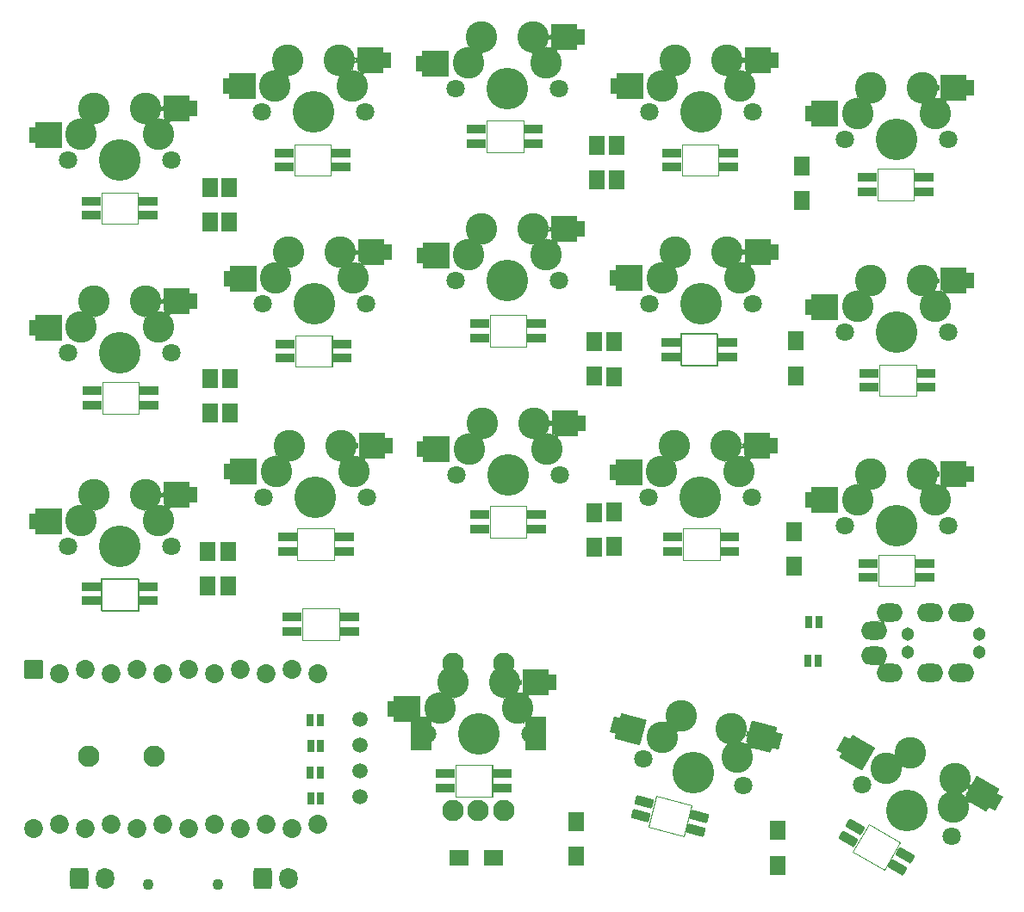
<source format=gbr>
G04 #@! TF.GenerationSoftware,KiCad,Pcbnew,7.0.1*
G04 #@! TF.CreationDate,2024-10-31T14:09:30+07:00*
G04 #@! TF.ProjectId,minikeeb,6d696e69-6b65-4656-922e-6b696361645f,rev?*
G04 #@! TF.SameCoordinates,Original*
G04 #@! TF.FileFunction,Soldermask,Bot*
G04 #@! TF.FilePolarity,Negative*
%FSLAX46Y46*%
G04 Gerber Fmt 4.6, Leading zero omitted, Abs format (unit mm)*
G04 Created by KiCad (PCBNEW 7.0.1) date 2024-10-31 14:09:30*
%MOMM*%
%LPD*%
G01*
G04 APERTURE LIST*
G04 Aperture macros list*
%AMRoundRect*
0 Rectangle with rounded corners*
0 $1 Rounding radius*
0 $2 $3 $4 $5 $6 $7 $8 $9 X,Y pos of 4 corners*
0 Add a 4 corners polygon primitive as box body*
4,1,4,$2,$3,$4,$5,$6,$7,$8,$9,$2,$3,0*
0 Add four circle primitives for the rounded corners*
1,1,$1+$1,$2,$3*
1,1,$1+$1,$4,$5*
1,1,$1+$1,$6,$7*
1,1,$1+$1,$8,$9*
0 Add four rect primitives between the rounded corners*
20,1,$1+$1,$2,$3,$4,$5,0*
20,1,$1+$1,$4,$5,$6,$7,0*
20,1,$1+$1,$6,$7,$8,$9,0*
20,1,$1+$1,$8,$9,$2,$3,0*%
%AMFreePoly0*
4,1,33,2.719517,1.297118,2.754872,1.282473,2.782473,1.254872,2.797118,1.219517,2.801000,1.200000,2.801000,-1.200000,2.797118,-1.219517,2.782473,-1.254872,2.754872,-1.282473,2.719517,-1.297118,2.700000,-1.301000,0.300000,-1.301000,0.280483,-1.297118,0.245128,-1.282473,0.217527,-1.254872,0.202882,-1.219517,0.199000,-1.200000,0.199000,-0.801000,-0.350000,-0.801000,-0.386062,-0.786062,
-0.401000,-0.750000,-0.401000,0.750000,-0.386062,0.786062,-0.350000,0.801000,0.199000,0.801000,0.199000,1.200000,0.202882,1.219517,0.217527,1.254872,0.245128,1.282473,0.280483,1.297118,0.300000,1.301000,2.700000,1.301000,2.719517,1.297118,2.719517,1.297118,$1*%
%AMFreePoly1*
4,1,41,-0.380483,1.297118,-0.345128,1.282473,-0.317527,1.254872,-0.302882,1.219517,-0.299000,1.200000,-0.299000,0.801000,0.350000,0.801000,0.386062,0.786062,0.401000,0.750000,0.401000,-0.750000,0.386062,-0.786062,0.350000,-0.801000,-0.299000,-0.801000,-0.299000,-1.200000,-0.302882,-1.219517,-0.317527,-1.254872,-0.345128,-1.282473,-0.380483,-1.297118,-0.400000,-1.301000,-2.300000,-1.301000,
-2.319518,-1.297117,-2.332223,-1.291853,-2.345428,-1.288028,-2.363094,-1.278867,-2.863094,-0.878867,-2.866724,-0.874553,-2.871416,-0.871419,-2.882473,-0.854871,-2.887733,-0.842170,-2.894367,-0.830125,-2.900382,-0.811152,-2.899898,-0.805531,-2.901000,-0.800000,-2.901000,1.200000,-2.897118,1.219517,-2.882473,1.254872,-2.854872,1.282473,-2.819517,1.297118,-2.800000,1.301000,-0.400000,1.301000,
-0.380483,1.297118,-0.380483,1.297118,$1*%
G04 Aperture macros list end*
G04 #@! TA.AperFunction,Profile*
%ADD10C,0.100000*%
G04 #@! TD*
%ADD11C,1.302000*%
%ADD12O,2.602000X1.802000*%
%ADD13RoundRect,0.051000X0.750000X-0.900000X0.750000X0.900000X-0.750000X0.900000X-0.750000X-0.900000X0*%
%ADD14C,1.802000*%
%ADD15C,3.102000*%
%ADD16C,4.102000*%
%ADD17FreePoly0,0.000000*%
%ADD18FreePoly1,0.000000*%
%ADD19C,1.102000*%
%ADD20RoundRect,0.051000X0.900000X0.750000X-0.900000X0.750000X-0.900000X-0.750000X0.900000X-0.750000X0*%
%ADD21FreePoly0,345.000000*%
%ADD22FreePoly1,345.000000*%
%ADD23C,1.499000*%
%ADD24FreePoly0,330.000000*%
%ADD25FreePoly1,330.000000*%
%ADD26C,2.102000*%
%ADD27RoundRect,0.051000X1.000000X-1.600000X1.000000X1.600000X-1.000000X1.600000X-1.000000X-1.600000X0*%
%ADD28RoundRect,0.301000X-0.600000X-0.750000X0.600000X-0.750000X0.600000X0.750000X-0.600000X0.750000X0*%
%ADD29O,1.802000X2.102000*%
%ADD30RoundRect,0.051000X0.850000X0.412500X-0.850000X0.412500X-0.850000X-0.412500X0.850000X-0.412500X0*%
%ADD31RoundRect,0.051000X-0.850000X-0.412500X0.850000X-0.412500X0.850000X0.412500X-0.850000X0.412500X0*%
%ADD32RoundRect,0.051000X0.317500X0.571500X-0.317500X0.571500X-0.317500X-0.571500X0.317500X-0.571500X0*%
%ADD33RoundRect,0.051000X0.942372X-0.067765X-0.529872X0.782235X-0.942372X0.067765X0.529872X-0.782235X0*%
%ADD34RoundRect,0.051000X-0.876300X-0.876300X0.876300X-0.876300X0.876300X0.876300X-0.876300X0.876300X0*%
%ADD35C,1.854600*%
%ADD36RoundRect,0.051000X0.927800X0.178448X-0.714274X0.618441X-0.927800X-0.178448X0.714274X-0.618441X0*%
G04 APERTURE END LIST*
D10*
X76200000Y-79250000D02*
X76200000Y-82350000D01*
X76200000Y-82350000D02*
X79800000Y-82350000D01*
X79800000Y-79250000D02*
X76200000Y-79250000D01*
X79800000Y-82350000D02*
X79800000Y-79250000D01*
X80100000Y-101450000D02*
X80100000Y-98350000D01*
X80100000Y-98350000D02*
X76500000Y-98350000D01*
X76500000Y-101450000D02*
X80100000Y-101450000D01*
X76500000Y-98350000D02*
X76500000Y-101450000D01*
X76512500Y-117150000D02*
X76512500Y-120250000D01*
X76512500Y-120250000D02*
X80112500Y-120250000D01*
X80112500Y-117150000D02*
X76512500Y-117150000D01*
X80112500Y-120250000D02*
X80112500Y-117150000D01*
X61000000Y-103450000D02*
X61000000Y-100350000D01*
X61000000Y-100350000D02*
X57400000Y-100350000D01*
X57400000Y-103450000D02*
X61000000Y-103450000D01*
X57400000Y-100350000D02*
X57400000Y-103450000D01*
X57300000Y-81550000D02*
X57300000Y-84650000D01*
X57300000Y-84650000D02*
X60900000Y-84650000D01*
X60900000Y-81550000D02*
X57300000Y-81550000D01*
X60900000Y-84650000D02*
X60900000Y-81550000D01*
X76730000Y-145750000D02*
X76730000Y-142650000D01*
X76730000Y-142650000D02*
X73130000Y-142650000D01*
X73130000Y-145750000D02*
X76730000Y-145750000D01*
X73130000Y-142650000D02*
X73130000Y-145750000D01*
X95551497Y-149619059D02*
X96353836Y-146624689D01*
X96353836Y-146624689D02*
X92876503Y-145692941D01*
X92074164Y-148687311D02*
X95551497Y-149619059D01*
X92876503Y-145692941D02*
X92074164Y-148687311D01*
X114600000Y-83970000D02*
X114600000Y-87070000D01*
X114600000Y-87070000D02*
X118200000Y-87070000D01*
X118200000Y-83970000D02*
X114600000Y-83970000D01*
X118200000Y-87070000D02*
X118200000Y-83970000D01*
X42000000Y-108050000D02*
X42000000Y-104950000D01*
X42000000Y-104950000D02*
X38400000Y-104950000D01*
X38400000Y-108050000D02*
X42000000Y-108050000D01*
X38400000Y-104950000D02*
X38400000Y-108050000D01*
X38350000Y-124350000D02*
X38350000Y-127450000D01*
X38350000Y-127450000D02*
X41950000Y-127450000D01*
X41950000Y-124350000D02*
X38350000Y-124350000D01*
X41950000Y-127450000D02*
X41950000Y-124350000D01*
X95500000Y-119350000D02*
X95500000Y-122450000D01*
X95500000Y-122450000D02*
X99100000Y-122450000D01*
X99100000Y-119350000D02*
X95500000Y-119350000D01*
X99100000Y-122450000D02*
X99100000Y-119350000D01*
X61700000Y-130350000D02*
X61700000Y-127250000D01*
X61700000Y-127250000D02*
X58100000Y-127250000D01*
X58100000Y-130350000D02*
X61700000Y-130350000D01*
X58100000Y-127250000D02*
X58100000Y-130350000D01*
X95400000Y-81550000D02*
X95400000Y-84650000D01*
X95400000Y-84650000D02*
X99000000Y-84650000D01*
X99000000Y-81550000D02*
X95400000Y-81550000D01*
X99000000Y-84650000D02*
X99000000Y-81550000D01*
X38320000Y-86310000D02*
X38320000Y-89410000D01*
X38320000Y-89410000D02*
X41920000Y-89410000D01*
X41920000Y-86310000D02*
X38320000Y-86310000D01*
X41920000Y-89410000D02*
X41920000Y-86310000D01*
X57600000Y-119350000D02*
X57600000Y-122450000D01*
X57600000Y-122450000D02*
X61200000Y-122450000D01*
X61200000Y-119350000D02*
X57600000Y-119350000D01*
X61200000Y-122450000D02*
X61200000Y-119350000D01*
X118400000Y-106350000D02*
X118400000Y-103250000D01*
X118400000Y-103250000D02*
X114800000Y-103250000D01*
X114800000Y-106350000D02*
X118400000Y-106350000D01*
X114800000Y-103250000D02*
X114800000Y-106350000D01*
X115317846Y-152946339D02*
X116867846Y-150261661D01*
X116867846Y-150261661D02*
X113750154Y-148461661D01*
X112200154Y-151146339D02*
X115317846Y-152946339D01*
X113750154Y-148461661D02*
X112200154Y-151146339D01*
X114700000Y-121950000D02*
X114700000Y-125050000D01*
X114700000Y-125050000D02*
X118300000Y-125050000D01*
X118300000Y-121950000D02*
X114700000Y-121950000D01*
X118300000Y-125050000D02*
X118300000Y-121950000D01*
X98800000Y-103250000D02*
X98800000Y-100150000D01*
X98800000Y-100150000D02*
X95200000Y-100150000D01*
X95200000Y-103250000D02*
X98800000Y-103250000D01*
X95200000Y-100150000D02*
X95200000Y-103250000D01*
X98900000Y-103350000D02*
X95300000Y-103350000D01*
X98900000Y-100250000D02*
X98900000Y-103350000D01*
X95300000Y-103350000D02*
X95300000Y-100250000D01*
X95300000Y-100250000D02*
X98900000Y-100250000D01*
X38320000Y-86310000D02*
X41920000Y-86310000D01*
X38320000Y-89410000D02*
X38320000Y-86310000D01*
X41920000Y-86310000D02*
X41920000Y-89410000D01*
X41920000Y-89410000D02*
X38320000Y-89410000D01*
X76750000Y-145750000D02*
X73150000Y-145750000D01*
X76750000Y-142650000D02*
X76750000Y-145750000D01*
X73150000Y-145750000D02*
X73150000Y-142650000D01*
X73150000Y-142650000D02*
X76750000Y-142650000D01*
X42000000Y-108050000D02*
X38400000Y-108050000D01*
X42000000Y-104950000D02*
X42000000Y-108050000D01*
X38400000Y-108050000D02*
X38400000Y-104950000D01*
X38400000Y-104950000D02*
X42000000Y-104950000D01*
X115313846Y-152942339D02*
X112196154Y-151142339D01*
X116863846Y-150257661D02*
X115313846Y-152942339D01*
X112196154Y-151142339D02*
X113746154Y-148457661D01*
X113746154Y-148457661D02*
X116863846Y-150257661D01*
X114700000Y-121950000D02*
X118300000Y-121950000D01*
X114700000Y-125050000D02*
X114700000Y-121950000D01*
X118300000Y-121950000D02*
X118300000Y-125050000D01*
X118300000Y-125050000D02*
X114700000Y-125050000D01*
X61687500Y-130350000D02*
X58087500Y-130350000D01*
X61687500Y-127250000D02*
X61687500Y-130350000D01*
X58087500Y-130350000D02*
X58087500Y-127250000D01*
X58087500Y-127250000D02*
X61687500Y-127250000D01*
X80100000Y-101450000D02*
X76500000Y-101450000D01*
X80100000Y-98350000D02*
X80100000Y-101450000D01*
X76500000Y-101450000D02*
X76500000Y-98350000D01*
X76500000Y-98350000D02*
X80100000Y-98350000D01*
X95500000Y-119350000D02*
X99100000Y-119350000D01*
X95500000Y-122450000D02*
X95500000Y-119350000D01*
X99100000Y-119350000D02*
X99100000Y-122450000D01*
X99100000Y-122450000D02*
X95500000Y-122450000D01*
X76512500Y-117150000D02*
X80112500Y-117150000D01*
X76512500Y-120250000D02*
X76512500Y-117150000D01*
X80112500Y-117150000D02*
X80112500Y-120250000D01*
X80112500Y-120250000D02*
X76512500Y-120250000D01*
X38300000Y-124250000D02*
X41900000Y-124250000D01*
X38300000Y-127350000D02*
X38300000Y-124250000D01*
X41900000Y-124250000D02*
X41900000Y-127350000D01*
X41900000Y-127350000D02*
X38300000Y-127350000D01*
X60987500Y-103450000D02*
X57387500Y-103450000D01*
X60987500Y-100350000D02*
X60987500Y-103450000D01*
X57387500Y-103450000D02*
X57387500Y-100350000D01*
X57387500Y-100350000D02*
X60987500Y-100350000D01*
X95400000Y-81550000D02*
X99000000Y-81550000D01*
X95400000Y-84650000D02*
X95400000Y-81550000D01*
X99000000Y-81550000D02*
X99000000Y-84650000D01*
X99000000Y-84650000D02*
X95400000Y-84650000D01*
X57300000Y-81550000D02*
X60900000Y-81550000D01*
X57300000Y-84650000D02*
X57300000Y-81550000D01*
X60900000Y-81550000D02*
X60900000Y-84650000D01*
X60900000Y-84650000D02*
X57300000Y-84650000D01*
X95551497Y-149619059D02*
X92074164Y-148687311D01*
X96353836Y-146624689D02*
X95551497Y-149619059D01*
X92074164Y-148687311D02*
X92876503Y-145692941D01*
X92876503Y-145692941D02*
X96353836Y-146624689D01*
X114600000Y-83970000D02*
X118200000Y-83970000D01*
X114600000Y-87070000D02*
X114600000Y-83970000D01*
X118200000Y-83970000D02*
X118200000Y-87070000D01*
X118200000Y-87070000D02*
X114600000Y-87070000D01*
X57600000Y-119350000D02*
X61200000Y-119350000D01*
X57600000Y-122450000D02*
X57600000Y-119350000D01*
X61200000Y-119350000D02*
X61200000Y-122450000D01*
X61200000Y-122450000D02*
X57600000Y-122450000D01*
X76200000Y-79250000D02*
X79800000Y-79250000D01*
X76200000Y-82350000D02*
X76200000Y-79250000D01*
X79800000Y-79250000D02*
X79800000Y-82350000D01*
X79800000Y-82350000D02*
X76200000Y-82350000D01*
X118400000Y-106350000D02*
X114800000Y-106350000D01*
X118400000Y-103250000D02*
X118400000Y-106350000D01*
X114800000Y-106350000D02*
X114800000Y-103250000D01*
X114800000Y-103250000D02*
X118400000Y-103250000D01*
D11*
X124600000Y-129750000D03*
X117600000Y-129750000D03*
X124600000Y-131500000D03*
X117600000Y-131500000D03*
D12*
X115800000Y-127650000D03*
X115800000Y-133600000D03*
X119800000Y-127650000D03*
X119800000Y-133600000D03*
X122800000Y-127650000D03*
X122800000Y-133600000D03*
X114300000Y-129400000D03*
X114300000Y-131850000D03*
D13*
X50910000Y-89200000D03*
X50910000Y-85800000D03*
D14*
X111380000Y-100080000D03*
D15*
X112650000Y-97539999D03*
X113920000Y-95000000D03*
D16*
X116460000Y-100080000D03*
D15*
X119000000Y-95000000D03*
X120270000Y-97540000D03*
D14*
X121540000Y-100080000D03*
D17*
X107960000Y-97580000D03*
D18*
X123660000Y-94980000D03*
D13*
X87000000Y-85100000D03*
X87000000Y-81700000D03*
X88960000Y-85079999D03*
X88960000Y-81679999D03*
D14*
X92130000Y-116330000D03*
D15*
X93400000Y-113789999D03*
X94670000Y-111250000D03*
D16*
X97210000Y-116330000D03*
D15*
X99750000Y-111250000D03*
X101020000Y-113790000D03*
D14*
X102290000Y-116330000D03*
D17*
X88710000Y-113830000D03*
D18*
X104410000Y-111230000D03*
D19*
X42940000Y-154420000D03*
X49740000Y-154420000D03*
D13*
X49000000Y-108000000D03*
X49000000Y-104600000D03*
D14*
X111380000Y-119080000D03*
D15*
X112650000Y-116539999D03*
X113920000Y-114000000D03*
D16*
X116460000Y-119080000D03*
D15*
X119000000Y-114000000D03*
X120270000Y-116540000D03*
D14*
X121540000Y-119080000D03*
D17*
X107960000Y-116580000D03*
D18*
X123660000Y-113980000D03*
D20*
X76900000Y-151800000D03*
X73500000Y-151800000D03*
D14*
X91573097Y-142045199D03*
D15*
X93457223Y-139920447D03*
X95341349Y-137795696D03*
D16*
X96480000Y-143360000D03*
D15*
X100248252Y-139110497D03*
X100817578Y-141892649D03*
D14*
X101386903Y-144674801D03*
D21*
X88916678Y-138745224D03*
D22*
X104754643Y-140297275D03*
D23*
X63770000Y-145800000D03*
X63770000Y-143260000D03*
X63770000Y-140720000D03*
X63770000Y-138180000D03*
D13*
X106600000Y-104319999D03*
X106600000Y-100919999D03*
D14*
X54230000Y-116290001D03*
D15*
X55500000Y-113750000D03*
X56770000Y-111210001D03*
D16*
X59310000Y-116290001D03*
D15*
X61850000Y-111210001D03*
X63120000Y-113750001D03*
D14*
X64390000Y-116290001D03*
D17*
X50810000Y-113790001D03*
D18*
X66510000Y-111190001D03*
D14*
X73170000Y-95000000D03*
D15*
X74440000Y-92459999D03*
X75710000Y-89920000D03*
D16*
X78250000Y-95000000D03*
D15*
X80790000Y-89920000D03*
X82060000Y-92460000D03*
D14*
X83330000Y-95000000D03*
D17*
X69750000Y-92500000D03*
D18*
X85450000Y-89900000D03*
D14*
X35052000Y-121150000D03*
D15*
X36322000Y-118609999D03*
X37592000Y-116070000D03*
D16*
X40132000Y-121150000D03*
D15*
X42672000Y-116070000D03*
X43942000Y-118610000D03*
D14*
X45212000Y-121150000D03*
D17*
X31632000Y-118650000D03*
D18*
X47332000Y-116050000D03*
D14*
X113080591Y-144570000D03*
D15*
X115450444Y-143005295D03*
X117820295Y-141440591D03*
D16*
X117480000Y-147110000D03*
D15*
X122219705Y-143980591D03*
X122049557Y-146815295D03*
D14*
X121879409Y-149650000D03*
D24*
X111368784Y-140694936D03*
D25*
X126265383Y-146293270D03*
D14*
X111380000Y-81080000D03*
D15*
X112650000Y-78539999D03*
X113920000Y-76000000D03*
D16*
X116460000Y-81080000D03*
D15*
X119000000Y-76000000D03*
X120270000Y-78540000D03*
D14*
X121540000Y-81080000D03*
D17*
X107960000Y-78580000D03*
D18*
X123660000Y-75980000D03*
D26*
X37050000Y-141760000D03*
X43550000Y-141760000D03*
D13*
X88700000Y-104410000D03*
X88700000Y-101010000D03*
D26*
X72880000Y-147110000D03*
X77880000Y-147110000D03*
X75380000Y-147110000D03*
D27*
X69780000Y-139610000D03*
X80980000Y-139610000D03*
D26*
X77880000Y-132610000D03*
X72880000Y-132610000D03*
D13*
X86800000Y-104400000D03*
X86800000Y-101000000D03*
X107200000Y-87100000D03*
X107200000Y-83700000D03*
D14*
X73120000Y-76100000D03*
D15*
X74390000Y-73559999D03*
X75660000Y-71020000D03*
D16*
X78200000Y-76100000D03*
D15*
X80740000Y-71020000D03*
X82010000Y-73560000D03*
D14*
X83280000Y-76100000D03*
D17*
X69700000Y-73600000D03*
D18*
X85400000Y-71000000D03*
D28*
X54210000Y-153830000D03*
D29*
X56710000Y-153830000D03*
D13*
X49000000Y-89200000D03*
X49000000Y-85800000D03*
D14*
X92210000Y-78359000D03*
D15*
X93480000Y-75818999D03*
X94750000Y-73279000D03*
D16*
X97290000Y-78359000D03*
D15*
X99830000Y-73279000D03*
X101100000Y-75819000D03*
D14*
X102370000Y-78359000D03*
D17*
X88790000Y-75859000D03*
D18*
X104490000Y-73259000D03*
D14*
X35052000Y-83121500D03*
D15*
X36322000Y-80581499D03*
X37592000Y-78041500D03*
D16*
X40132000Y-83121500D03*
D15*
X42672000Y-78041500D03*
X43942000Y-80581500D03*
D14*
X45212000Y-83121500D03*
D17*
X31632000Y-80621500D03*
D18*
X47332000Y-78021500D03*
D13*
X50930000Y-107980000D03*
X50930000Y-104580000D03*
X88710000Y-121139999D03*
X88710000Y-117739999D03*
X85000000Y-151600000D03*
X85000000Y-148200000D03*
D14*
X73210000Y-114080000D03*
D15*
X74480000Y-111539999D03*
X75750000Y-109000000D03*
D16*
X78290000Y-114080000D03*
D15*
X80830000Y-109000000D03*
X82100000Y-111540000D03*
D14*
X83370000Y-114080000D03*
D17*
X69790000Y-111580000D03*
D18*
X85490000Y-108980000D03*
D14*
X35052000Y-102100000D03*
D15*
X36322000Y-99559999D03*
X37592000Y-97020000D03*
D16*
X40132000Y-102100000D03*
D15*
X42672000Y-97020000D03*
X43942000Y-99560000D03*
D14*
X45212000Y-102100000D03*
D17*
X31632000Y-99600000D03*
D18*
X47332000Y-97000000D03*
D13*
X48780000Y-125060000D03*
X48780000Y-121660000D03*
D14*
X54120000Y-78350000D03*
D15*
X55390000Y-75809999D03*
X56660000Y-73270000D03*
D16*
X59200000Y-78350000D03*
D15*
X61740000Y-73270000D03*
X63010000Y-75810000D03*
D14*
X64280000Y-78350000D03*
D17*
X50700000Y-75850000D03*
D18*
X66400000Y-73250000D03*
D13*
X106400000Y-123100000D03*
X106400000Y-119700000D03*
D28*
X36150000Y-153770000D03*
D29*
X38650000Y-153770000D03*
D14*
X92170000Y-97250000D03*
D15*
X93440000Y-94709999D03*
X94710000Y-92170000D03*
D16*
X97250000Y-97250000D03*
D15*
X99790000Y-92170000D03*
X101060000Y-94710000D03*
D14*
X102330000Y-97250000D03*
D17*
X88750000Y-94750000D03*
D18*
X104450000Y-92150000D03*
D14*
X54170000Y-97290001D03*
D15*
X55440000Y-94750000D03*
X56710000Y-92210001D03*
D16*
X59250000Y-97290001D03*
D15*
X61790000Y-92210001D03*
X63060000Y-94750001D03*
D14*
X64330000Y-97290001D03*
D17*
X50750000Y-94790001D03*
D18*
X66450000Y-92190001D03*
D13*
X50800000Y-125020000D03*
X50800000Y-121620000D03*
X104800000Y-152500000D03*
X104800000Y-149100000D03*
X86800000Y-121200000D03*
X86800000Y-117800000D03*
D14*
X70320000Y-139610000D03*
D15*
X71590000Y-137069999D03*
X72860000Y-134530000D03*
D16*
X75400000Y-139610000D03*
D15*
X77940000Y-134530000D03*
X79210000Y-137070000D03*
D14*
X80480000Y-139610000D03*
D17*
X66900000Y-137110000D03*
D18*
X82600000Y-134510000D03*
D30*
X94300000Y-101100000D03*
X94300000Y-102500000D03*
X99900000Y-102500000D03*
X99900000Y-101100000D03*
D31*
X42920000Y-88560000D03*
X42920000Y-87160000D03*
X37320000Y-87160000D03*
X37320000Y-88560000D03*
D30*
X72150000Y-143500000D03*
X72150000Y-144900000D03*
X77750000Y-144900000D03*
X77750000Y-143500000D03*
X37400000Y-105800000D03*
X37400000Y-107200000D03*
X43000000Y-107200000D03*
X43000000Y-105800000D03*
D32*
X108800380Y-132410000D03*
X107799620Y-132410000D03*
X59840000Y-138200000D03*
X58839240Y-138200000D03*
D33*
X112455129Y-148693782D03*
X111755129Y-149906218D03*
X116604871Y-152706218D03*
X117304871Y-151493782D03*
D32*
X59870380Y-143410000D03*
X58869620Y-143410000D03*
D31*
X119300000Y-124200000D03*
X119300000Y-122800000D03*
X113700000Y-122800000D03*
X113700000Y-124200000D03*
D30*
X57087500Y-128100000D03*
X57087500Y-129500000D03*
X62687500Y-129500000D03*
X62687500Y-128100000D03*
X75500000Y-99200000D03*
X75500000Y-100600000D03*
X81100000Y-100600000D03*
X81100000Y-99200000D03*
D31*
X100100000Y-121600000D03*
X100100000Y-120200000D03*
X94500000Y-120200000D03*
X94500000Y-121600000D03*
D32*
X108840380Y-128540000D03*
X107839620Y-128540000D03*
X59890380Y-140810000D03*
X58889620Y-140810000D03*
D34*
X31680000Y-133231400D03*
D35*
X34220000Y-133688600D03*
X36760000Y-133231400D03*
X39300000Y-133688600D03*
X41840000Y-133231400D03*
X44380000Y-133688600D03*
X46920000Y-133231400D03*
X49460000Y-133688600D03*
X52000000Y-133231400D03*
X54540000Y-133688600D03*
X57080000Y-133231400D03*
X59620000Y-133688600D03*
X59620000Y-148471400D03*
X57080000Y-148928600D03*
X54540000Y-148471400D03*
X52000000Y-148928600D03*
X49460000Y-148471400D03*
X46920000Y-148928600D03*
X44380000Y-148471400D03*
X41840000Y-148928600D03*
X39300000Y-148471400D03*
X36760000Y-148928600D03*
X34220000Y-148471400D03*
X31680000Y-148928600D03*
D31*
X81112500Y-119400000D03*
X81112500Y-118000000D03*
X75512500Y-118000000D03*
X75512500Y-119400000D03*
X42900000Y-126500000D03*
X42900000Y-125100000D03*
X37300000Y-125100000D03*
X37300000Y-126500000D03*
D30*
X56387500Y-101200000D03*
X56387500Y-102600000D03*
X61987500Y-102600000D03*
X61987500Y-101200000D03*
D31*
X100000000Y-83800000D03*
X100000000Y-82400000D03*
X94400000Y-82400000D03*
X94400000Y-83800000D03*
X61900000Y-83800000D03*
X61900000Y-82400000D03*
X56300000Y-82400000D03*
X56300000Y-83800000D03*
D36*
X91690581Y-146255159D03*
X91328234Y-147607455D03*
X96737419Y-149056841D03*
X97099766Y-147704545D03*
D32*
X59890000Y-145960000D03*
X58889240Y-145960000D03*
D31*
X119200000Y-86220000D03*
X119200000Y-84820000D03*
X113600000Y-84820000D03*
X113600000Y-86220000D03*
X62200000Y-121600000D03*
X62200000Y-120200000D03*
X56600000Y-120200000D03*
X56600000Y-121600000D03*
X80800000Y-81500000D03*
X80800000Y-80100000D03*
X75200000Y-80100000D03*
X75200000Y-81500000D03*
D30*
X113800000Y-104100000D03*
X113800000Y-105500000D03*
X119400000Y-105500000D03*
X119400000Y-104100000D03*
G36*
X123344653Y-145609159D02*
G01*
X123346964Y-145617781D01*
X123347085Y-145617991D01*
X123347278Y-145618449D01*
X123348334Y-145622204D01*
X123581276Y-146218432D01*
X123585678Y-146227086D01*
X123591675Y-146234702D01*
X123601131Y-146244548D01*
X123601275Y-146244716D01*
X123609588Y-146255551D01*
X123616222Y-146262633D01*
X123624112Y-146268287D01*
X125264166Y-147215173D01*
X125265165Y-147216835D01*
X125264285Y-147218563D01*
X125262354Y-147218733D01*
X125262345Y-147218729D01*
X125262157Y-147218633D01*
X123671567Y-146300304D01*
X123541975Y-146395947D01*
X123558992Y-146470504D01*
X123558408Y-146472410D01*
X123556467Y-146472865D01*
X123555097Y-146471416D01*
X123522737Y-146336628D01*
X123429719Y-146112064D01*
X123302720Y-145904821D01*
X123164982Y-145743550D01*
X123164593Y-145741657D01*
X123165988Y-145740319D01*
X123167863Y-145740785D01*
X123193095Y-145764196D01*
X123340720Y-145699790D01*
X123340721Y-145609677D01*
X123341574Y-145608039D01*
X123343405Y-145607798D01*
X123344653Y-145609159D01*
G37*
G36*
X124351737Y-143807876D02*
G01*
X124351716Y-143809839D01*
X123357842Y-145531278D01*
X123356150Y-145532278D01*
X123354419Y-145531346D01*
X123354321Y-145529384D01*
X123354330Y-145529366D01*
X123354387Y-145529260D01*
X123612202Y-145082710D01*
X123421949Y-144954108D01*
X123421087Y-144952720D01*
X123421548Y-144951152D01*
X123472868Y-144891064D01*
X123599867Y-144683821D01*
X123660984Y-144536273D01*
X123662120Y-144535169D01*
X123663702Y-144535237D01*
X123870566Y-144635212D01*
X124348242Y-143807854D01*
X124348310Y-143807745D01*
X124348320Y-143807730D01*
X124350070Y-143806841D01*
X124351737Y-143807876D01*
G37*
G36*
X122898308Y-145371984D02*
G01*
X122899129Y-145373753D01*
X122888658Y-145513453D01*
X122892316Y-145515948D01*
X122893186Y-145517717D01*
X122892115Y-145519373D01*
X122890144Y-145519305D01*
X122752787Y-145435132D01*
X122752536Y-145435028D01*
X122751456Y-145433945D01*
X122751457Y-145432415D01*
X122752539Y-145431333D01*
X122896370Y-145371756D01*
X122898308Y-145371984D01*
G37*
G36*
X121379116Y-145276580D02*
G01*
X121516472Y-145360752D01*
X121516723Y-145360856D01*
X121517805Y-145361939D01*
X121517805Y-145363469D01*
X121516722Y-145364552D01*
X121372891Y-145424128D01*
X121370953Y-145423900D01*
X121370132Y-145422131D01*
X121380600Y-145282430D01*
X121376944Y-145279937D01*
X121376074Y-145278168D01*
X121377145Y-145276512D01*
X121379116Y-145276580D01*
G37*
G36*
X116977167Y-142735024D02*
G01*
X117110006Y-142816427D01*
X117110960Y-142818083D01*
X117110088Y-142819784D01*
X116995072Y-142898203D01*
X116996086Y-142911732D01*
X116995221Y-142913532D01*
X116993229Y-142913685D01*
X116992098Y-142912038D01*
X116980367Y-142762979D01*
X116974177Y-142737196D01*
X116974417Y-142735684D01*
X116975655Y-142734784D01*
X116977167Y-142735024D01*
G37*
G36*
X116278604Y-141533387D02*
G01*
X116290371Y-141682906D01*
X116296561Y-141708689D01*
X116296321Y-141710201D01*
X116295083Y-141711101D01*
X116293571Y-141710861D01*
X116160730Y-141629456D01*
X116159776Y-141627800D01*
X116160648Y-141626099D01*
X116275664Y-141547683D01*
X116274616Y-141533693D01*
X116275481Y-141531893D01*
X116277473Y-141531740D01*
X116278604Y-141533387D01*
G37*
G36*
X101761985Y-140401196D02*
G01*
X101763366Y-140404144D01*
X102142627Y-140919689D01*
X102149114Y-140926903D01*
X102156881Y-140932709D01*
X102168563Y-140939772D01*
X102168746Y-140939897D01*
X102179589Y-140948217D01*
X102187818Y-140953333D01*
X102196903Y-140956753D01*
X103995396Y-141438659D01*
X103996810Y-141440073D01*
X103996292Y-141442005D01*
X103994360Y-141442523D01*
X102251222Y-140975450D01*
X102150358Y-141106899D01*
X102148666Y-141107678D01*
X102147066Y-141106726D01*
X102070741Y-140982175D01*
X101912882Y-140797344D01*
X101728051Y-140639485D01*
X101557002Y-140534666D01*
X101556047Y-140532976D01*
X101556977Y-140531272D01*
X101558915Y-140531159D01*
X101658997Y-140579355D01*
X101781445Y-140470970D01*
X101766328Y-140426416D01*
X101766329Y-140426404D01*
X101758280Y-140402687D01*
X101758623Y-140400782D01*
X101760418Y-140400059D01*
X101761985Y-140401196D01*
G37*
G36*
X99929133Y-140621981D02*
G01*
X99930371Y-140622881D01*
X99930611Y-140624393D01*
X99929711Y-140625631D01*
X99907104Y-140639485D01*
X99788728Y-140740587D01*
X99786787Y-140740960D01*
X99785473Y-140739484D01*
X99786069Y-140737600D01*
X99802774Y-140722100D01*
X99771989Y-140587224D01*
X99772533Y-140585357D01*
X99774406Y-140584834D01*
X99929133Y-140621981D01*
G37*
G36*
X101280318Y-140263694D02*
G01*
X101279722Y-140265578D01*
X101263055Y-140281042D01*
X101293838Y-140415920D01*
X101293294Y-140417787D01*
X101291421Y-140418310D01*
X101136696Y-140381164D01*
X101135458Y-140380264D01*
X101135218Y-140378752D01*
X101136118Y-140377514D01*
X101158725Y-140363660D01*
X101277063Y-140262591D01*
X101279004Y-140262218D01*
X101280318Y-140263694D01*
G37*
G36*
X102262948Y-138391881D02*
G01*
X102263421Y-138393767D01*
X101748955Y-140313778D01*
X101747568Y-140315184D01*
X101745650Y-140314714D01*
X101745071Y-140312826D01*
X101745073Y-140312817D01*
X101745093Y-140312733D01*
X101880311Y-139808089D01*
X101680998Y-139725532D01*
X101639444Y-139797506D01*
X101637799Y-139798504D01*
X101636074Y-139797653D01*
X101635864Y-139795741D01*
X101721432Y-139589163D01*
X101778175Y-139352812D01*
X101789910Y-139203697D01*
X101791041Y-139202050D01*
X101793033Y-139202203D01*
X101793898Y-139204003D01*
X101787151Y-139294045D01*
X102007995Y-139331568D01*
X102259554Y-138392739D01*
X102259613Y-138392555D01*
X102259616Y-138392547D01*
X102261097Y-138391288D01*
X102262948Y-138391881D01*
G37*
G36*
X94862437Y-139268775D02*
G01*
X94862679Y-139268875D01*
X95046634Y-139313039D01*
X95048068Y-139314361D01*
X95047694Y-139316275D01*
X95045869Y-139316962D01*
X95016796Y-139312580D01*
X94928365Y-139407886D01*
X94966647Y-139575613D01*
X94966063Y-139577519D01*
X94964122Y-139577973D01*
X94962752Y-139576525D01*
X94930403Y-139441780D01*
X94859823Y-139271387D01*
X94859823Y-139269856D01*
X94860906Y-139268774D01*
X94862437Y-139268775D01*
G37*
G36*
X79930521Y-138441545D02*
G01*
X79931000Y-138442844D01*
X79931000Y-138902729D01*
X79930176Y-138904347D01*
X79908005Y-138920454D01*
X79906330Y-138920773D01*
X79905018Y-138919685D01*
X79905021Y-138917981D01*
X79927000Y-138871511D01*
X79927000Y-138573697D01*
X79827079Y-138499952D01*
X79734550Y-138528494D01*
X79732646Y-138528091D01*
X79731986Y-138526260D01*
X79733195Y-138524735D01*
X79913230Y-138450162D01*
X79927955Y-138441139D01*
X79929313Y-138440869D01*
X79930521Y-138441545D01*
G37*
G36*
X93835792Y-138139507D02*
G01*
X93868168Y-138274362D01*
X93938748Y-138444755D01*
X93938748Y-138446285D01*
X93937666Y-138447367D01*
X93936136Y-138447368D01*
X93935892Y-138447267D01*
X93751928Y-138403101D01*
X93750494Y-138401779D01*
X93750868Y-138399865D01*
X93752693Y-138399178D01*
X93781774Y-138403561D01*
X93870204Y-138308255D01*
X93831897Y-138140419D01*
X93832481Y-138138513D01*
X93834422Y-138138058D01*
X93835792Y-138139507D01*
G37*
G36*
X80556569Y-137833702D02*
G01*
X80628332Y-137958000D01*
X80628332Y-137960000D01*
X80626600Y-137961000D01*
X80478668Y-137961000D01*
X80477369Y-137960521D01*
X80476693Y-137959313D01*
X80476963Y-137957955D01*
X80553132Y-137833657D01*
X80554863Y-137832702D01*
X80556569Y-137833702D01*
G37*
G36*
X70246867Y-137833656D02*
G01*
X70323038Y-137957955D01*
X70323308Y-137959313D01*
X70322632Y-137960521D01*
X70321333Y-137961000D01*
X70173399Y-137961000D01*
X70171667Y-137960000D01*
X70171667Y-137958000D01*
X70243430Y-137833701D01*
X70245136Y-137832701D01*
X70246867Y-137833656D01*
G37*
G36*
X77939999Y-136078993D02*
G01*
X78026972Y-136072148D01*
X78028428Y-136072621D01*
X78029123Y-136073985D01*
X78028650Y-136075441D01*
X77956836Y-136159526D01*
X77880844Y-136283534D01*
X77879104Y-136284489D01*
X77877398Y-136283474D01*
X77877407Y-136281489D01*
X77923342Y-136201926D01*
X77866931Y-136084788D01*
X77762280Y-136069014D01*
X77760734Y-136067811D01*
X77760957Y-136065864D01*
X77762735Y-136065042D01*
X77939999Y-136078993D01*
G37*
G36*
X73039040Y-136065865D02*
G01*
X73039263Y-136067812D01*
X73037717Y-136069015D01*
X72933067Y-136084788D01*
X72876656Y-136201927D01*
X72922568Y-136281448D01*
X72922577Y-136283433D01*
X72920871Y-136284448D01*
X72919131Y-136283493D01*
X72843163Y-136159525D01*
X72771349Y-136075441D01*
X72770876Y-136073985D01*
X72771571Y-136072621D01*
X72773027Y-136072148D01*
X72860000Y-136078993D01*
X73037262Y-136065043D01*
X73039040Y-136065865D01*
G37*
G36*
X79728519Y-135377909D02*
G01*
X79734826Y-135384216D01*
X79735039Y-135384339D01*
X79735438Y-135384640D01*
X79738236Y-135387370D01*
X80238077Y-135787243D01*
X80246214Y-135792534D01*
X80255221Y-135796134D01*
X80268332Y-135799932D01*
X80268541Y-135800005D01*
X80281155Y-135805230D01*
X80290445Y-135808049D01*
X80300094Y-135809000D01*
X80364811Y-135809000D01*
X80366504Y-135809936D01*
X80366613Y-135811868D01*
X80299002Y-135952263D01*
X80406041Y-136086486D01*
X80406347Y-136088443D01*
X80404819Y-136089703D01*
X80402956Y-136089032D01*
X80305304Y-135974695D01*
X80120473Y-135816836D01*
X79913230Y-135689837D01*
X79688666Y-135596819D01*
X79668832Y-135592057D01*
X79667408Y-135590762D01*
X79667735Y-135588865D01*
X79771009Y-135459364D01*
X79725373Y-135380323D01*
X79725292Y-135378478D01*
X79726758Y-135377353D01*
X79728519Y-135377909D01*
G37*
G36*
X79272572Y-135316572D02*
G01*
X79272563Y-135318557D01*
X79226656Y-135398071D01*
X79283066Y-135515209D01*
X79387740Y-135530986D01*
X79389286Y-135532189D01*
X79389063Y-135534136D01*
X79387285Y-135534958D01*
X79210000Y-135521006D01*
X79123027Y-135527851D01*
X79121571Y-135527378D01*
X79120876Y-135526014D01*
X79121349Y-135524558D01*
X79193163Y-135440473D01*
X79269126Y-135316512D01*
X79270866Y-135315557D01*
X79272572Y-135316572D01*
G37*
G36*
X71530861Y-135316494D02*
G01*
X71606836Y-135440473D01*
X71678650Y-135524557D01*
X71679123Y-135526013D01*
X71678428Y-135527377D01*
X71676972Y-135527850D01*
X71589999Y-135521005D01*
X71412712Y-135534957D01*
X71410934Y-135534135D01*
X71410711Y-135532188D01*
X71412257Y-135530985D01*
X71516931Y-135515208D01*
X71573342Y-135398070D01*
X71527424Y-135318539D01*
X71527415Y-135316554D01*
X71529121Y-135315539D01*
X71530861Y-135316494D01*
G37*
G36*
X79700333Y-134288432D02*
G01*
X79701000Y-134289923D01*
X79701000Y-134770077D01*
X79700333Y-134771568D01*
X79698776Y-134772064D01*
X79478545Y-134747250D01*
X79474488Y-134765023D01*
X79473220Y-134766458D01*
X79471326Y-134766169D01*
X79470544Y-134764421D01*
X79488993Y-134529999D01*
X79470544Y-134295578D01*
X79471326Y-134293830D01*
X79473220Y-134293541D01*
X79474488Y-134294976D01*
X79478545Y-134312749D01*
X79698776Y-134287936D01*
X79700333Y-134288432D01*
G37*
G36*
X115351680Y-132470102D02*
G01*
X115351321Y-132471981D01*
X115282222Y-132556179D01*
X115348825Y-132697000D01*
X115400000Y-132697000D01*
X115401696Y-132697940D01*
X115401798Y-132699877D01*
X115400209Y-132700989D01*
X115213089Y-132720656D01*
X115034348Y-132778732D01*
X114871585Y-132872703D01*
X114751559Y-132980775D01*
X114749699Y-132981220D01*
X114748316Y-132979899D01*
X114748675Y-132978020D01*
X114817777Y-132893820D01*
X114751175Y-132753000D01*
X114700000Y-132753000D01*
X114698304Y-132752060D01*
X114698202Y-132750123D01*
X114699791Y-132749011D01*
X114886910Y-132729343D01*
X115065651Y-132671267D01*
X115228414Y-132577296D01*
X115348437Y-132469226D01*
X115350297Y-132468781D01*
X115351680Y-132470102D01*
G37*
G36*
X114751561Y-128269225D02*
G01*
X114871585Y-128377296D01*
X115034348Y-128471267D01*
X115213089Y-128529343D01*
X115400209Y-128549011D01*
X115401798Y-128550123D01*
X115401696Y-128552060D01*
X115400000Y-128553000D01*
X115348825Y-128553000D01*
X115282222Y-128693820D01*
X115351322Y-128778019D01*
X115351681Y-128779898D01*
X115350298Y-128781219D01*
X115348438Y-128780774D01*
X115228414Y-128672703D01*
X115065651Y-128578732D01*
X114886910Y-128520656D01*
X114699791Y-128500989D01*
X114698202Y-128499877D01*
X114698304Y-128497940D01*
X114700000Y-128497000D01*
X114751175Y-128497000D01*
X114817777Y-128356179D01*
X114748677Y-128271980D01*
X114748318Y-128270101D01*
X114749701Y-128268780D01*
X114751561Y-128269225D01*
G37*
G36*
X42671999Y-117618993D02*
G01*
X42758972Y-117612148D01*
X42760428Y-117612621D01*
X42761123Y-117613985D01*
X42760650Y-117615441D01*
X42688836Y-117699526D01*
X42612844Y-117823534D01*
X42611104Y-117824489D01*
X42609398Y-117823474D01*
X42609407Y-117821489D01*
X42655342Y-117741926D01*
X42598931Y-117624788D01*
X42494280Y-117609014D01*
X42492734Y-117607811D01*
X42492957Y-117605864D01*
X42494735Y-117605042D01*
X42671999Y-117618993D01*
G37*
G36*
X37771040Y-117605865D02*
G01*
X37771263Y-117607812D01*
X37769717Y-117609015D01*
X37665067Y-117624788D01*
X37608656Y-117741927D01*
X37654568Y-117821448D01*
X37654577Y-117823433D01*
X37652871Y-117824448D01*
X37651131Y-117823493D01*
X37575163Y-117699525D01*
X37503349Y-117615441D01*
X37502876Y-117613985D01*
X37503571Y-117612621D01*
X37505027Y-117612148D01*
X37592000Y-117618993D01*
X37769262Y-117605043D01*
X37771040Y-117605865D01*
G37*
G36*
X44460519Y-116917909D02*
G01*
X44466826Y-116924216D01*
X44467039Y-116924339D01*
X44467438Y-116924640D01*
X44470236Y-116927370D01*
X44970077Y-117327243D01*
X44978214Y-117332534D01*
X44987221Y-117336134D01*
X45000332Y-117339932D01*
X45000541Y-117340005D01*
X45013155Y-117345230D01*
X45022445Y-117348049D01*
X45032094Y-117349000D01*
X45096811Y-117349000D01*
X45098504Y-117349936D01*
X45098613Y-117351868D01*
X45031002Y-117492263D01*
X45138041Y-117626486D01*
X45138347Y-117628443D01*
X45136819Y-117629703D01*
X45134956Y-117629032D01*
X45037304Y-117514695D01*
X44852473Y-117356836D01*
X44645230Y-117229837D01*
X44420666Y-117136819D01*
X44400832Y-117132057D01*
X44399408Y-117130762D01*
X44399735Y-117128865D01*
X44503009Y-116999364D01*
X44457373Y-116920323D01*
X44457292Y-116918478D01*
X44458758Y-116917353D01*
X44460519Y-116917909D01*
G37*
G36*
X44004572Y-116856572D02*
G01*
X44004563Y-116858557D01*
X43958656Y-116938071D01*
X44015066Y-117055209D01*
X44119740Y-117070986D01*
X44121286Y-117072189D01*
X44121063Y-117074136D01*
X44119285Y-117074958D01*
X43942000Y-117061006D01*
X43855027Y-117067851D01*
X43853571Y-117067378D01*
X43852876Y-117066014D01*
X43853349Y-117064558D01*
X43925163Y-116980473D01*
X44001126Y-116856512D01*
X44002866Y-116855557D01*
X44004572Y-116856572D01*
G37*
G36*
X36262861Y-116856494D02*
G01*
X36338836Y-116980473D01*
X36410650Y-117064557D01*
X36411123Y-117066013D01*
X36410428Y-117067377D01*
X36408972Y-117067850D01*
X36321999Y-117061005D01*
X36144712Y-117074957D01*
X36142934Y-117074135D01*
X36142711Y-117072188D01*
X36144257Y-117070985D01*
X36248931Y-117055208D01*
X36305342Y-116938070D01*
X36259424Y-116858539D01*
X36259415Y-116856554D01*
X36261121Y-116855539D01*
X36262861Y-116856494D01*
G37*
G36*
X44432333Y-115828432D02*
G01*
X44433000Y-115829923D01*
X44433000Y-116310077D01*
X44432333Y-116311568D01*
X44430776Y-116312064D01*
X44210545Y-116287250D01*
X44206488Y-116305023D01*
X44205220Y-116306458D01*
X44203326Y-116306169D01*
X44202544Y-116304421D01*
X44220993Y-116069999D01*
X44202544Y-115835578D01*
X44203326Y-115833830D01*
X44205220Y-115833541D01*
X44206488Y-115834976D01*
X44210545Y-115852749D01*
X44430776Y-115827936D01*
X44432333Y-115828432D01*
G37*
G36*
X118999999Y-115548993D02*
G01*
X119086972Y-115542148D01*
X119088428Y-115542621D01*
X119089123Y-115543985D01*
X119088650Y-115545441D01*
X119016836Y-115629526D01*
X118940844Y-115753534D01*
X118939104Y-115754489D01*
X118937398Y-115753474D01*
X118937407Y-115751489D01*
X118983342Y-115671926D01*
X118926931Y-115554788D01*
X118822280Y-115539014D01*
X118820734Y-115537811D01*
X118820957Y-115535864D01*
X118822735Y-115535042D01*
X118999999Y-115548993D01*
G37*
G36*
X114099040Y-115535865D02*
G01*
X114099263Y-115537812D01*
X114097717Y-115539015D01*
X113993067Y-115554788D01*
X113936656Y-115671927D01*
X113982568Y-115751448D01*
X113982577Y-115753433D01*
X113980871Y-115754448D01*
X113979131Y-115753493D01*
X113903163Y-115629525D01*
X113831349Y-115545441D01*
X113830876Y-115543985D01*
X113831571Y-115542621D01*
X113833027Y-115542148D01*
X113920000Y-115548993D01*
X114097262Y-115535043D01*
X114099040Y-115535865D01*
G37*
G36*
X120788519Y-114847909D02*
G01*
X120794826Y-114854216D01*
X120795039Y-114854339D01*
X120795438Y-114854640D01*
X120798236Y-114857370D01*
X121298077Y-115257243D01*
X121306214Y-115262534D01*
X121315221Y-115266134D01*
X121328332Y-115269932D01*
X121328541Y-115270005D01*
X121341155Y-115275230D01*
X121350445Y-115278049D01*
X121360094Y-115279000D01*
X121424811Y-115279000D01*
X121426504Y-115279936D01*
X121426613Y-115281868D01*
X121359002Y-115422263D01*
X121466041Y-115556486D01*
X121466347Y-115558443D01*
X121464819Y-115559703D01*
X121462956Y-115559032D01*
X121365304Y-115444695D01*
X121180473Y-115286836D01*
X120973230Y-115159837D01*
X120748666Y-115066819D01*
X120728832Y-115062057D01*
X120727408Y-115060762D01*
X120727735Y-115058865D01*
X120831009Y-114929364D01*
X120785373Y-114850323D01*
X120785292Y-114848478D01*
X120786758Y-114847353D01*
X120788519Y-114847909D01*
G37*
G36*
X120332572Y-114786572D02*
G01*
X120332563Y-114788557D01*
X120286656Y-114868071D01*
X120343066Y-114985209D01*
X120447740Y-115000986D01*
X120449286Y-115002189D01*
X120449063Y-115004136D01*
X120447285Y-115004958D01*
X120270000Y-114991006D01*
X120183027Y-114997851D01*
X120181571Y-114997378D01*
X120180876Y-114996014D01*
X120181349Y-114994558D01*
X120253163Y-114910473D01*
X120329126Y-114786512D01*
X120330866Y-114785557D01*
X120332572Y-114786572D01*
G37*
G36*
X112590861Y-114786494D02*
G01*
X112666836Y-114910473D01*
X112738650Y-114994557D01*
X112739123Y-114996013D01*
X112738428Y-114997377D01*
X112736972Y-114997850D01*
X112649999Y-114991005D01*
X112472712Y-115004957D01*
X112470934Y-115004135D01*
X112470711Y-115002188D01*
X112472257Y-115000985D01*
X112576931Y-114985208D01*
X112633342Y-114868070D01*
X112587424Y-114788539D01*
X112587415Y-114786554D01*
X112589121Y-114785539D01*
X112590861Y-114786494D01*
G37*
G36*
X120760333Y-113758432D02*
G01*
X120761000Y-113759923D01*
X120761000Y-114240077D01*
X120760333Y-114241568D01*
X120758776Y-114242064D01*
X120538545Y-114217250D01*
X120534488Y-114235023D01*
X120533220Y-114236458D01*
X120531326Y-114236169D01*
X120530544Y-114234421D01*
X120548993Y-113999999D01*
X120530544Y-113765578D01*
X120531326Y-113763830D01*
X120533220Y-113763541D01*
X120534488Y-113764976D01*
X120538545Y-113782749D01*
X120758776Y-113757936D01*
X120760333Y-113758432D01*
G37*
G36*
X99749999Y-112798993D02*
G01*
X99836972Y-112792148D01*
X99838428Y-112792621D01*
X99839123Y-112793985D01*
X99838650Y-112795441D01*
X99766836Y-112879526D01*
X99690844Y-113003534D01*
X99689104Y-113004489D01*
X99687398Y-113003474D01*
X99687407Y-113001489D01*
X99733342Y-112921926D01*
X99676931Y-112804788D01*
X99572280Y-112789014D01*
X99570734Y-112787811D01*
X99570957Y-112785864D01*
X99572735Y-112785042D01*
X99749999Y-112798993D01*
G37*
G36*
X94849040Y-112785865D02*
G01*
X94849263Y-112787812D01*
X94847717Y-112789015D01*
X94743067Y-112804788D01*
X94686656Y-112921927D01*
X94732568Y-113001448D01*
X94732577Y-113003433D01*
X94730871Y-113004448D01*
X94729131Y-113003493D01*
X94653163Y-112879525D01*
X94581349Y-112795441D01*
X94580876Y-112793985D01*
X94581571Y-112792621D01*
X94583027Y-112792148D01*
X94670000Y-112798993D01*
X94847262Y-112785043D01*
X94849040Y-112785865D01*
G37*
G36*
X61849999Y-112758994D02*
G01*
X61936972Y-112752149D01*
X61938428Y-112752622D01*
X61939123Y-112753986D01*
X61938650Y-112755442D01*
X61866836Y-112839527D01*
X61790844Y-112963535D01*
X61789104Y-112964490D01*
X61787398Y-112963475D01*
X61787407Y-112961490D01*
X61833342Y-112881927D01*
X61776931Y-112764789D01*
X61672280Y-112749015D01*
X61670734Y-112747812D01*
X61670957Y-112745865D01*
X61672735Y-112745043D01*
X61849999Y-112758994D01*
G37*
G36*
X56949040Y-112745866D02*
G01*
X56949263Y-112747813D01*
X56947717Y-112749016D01*
X56843067Y-112764789D01*
X56786656Y-112881928D01*
X56832568Y-112961449D01*
X56832577Y-112963434D01*
X56830871Y-112964449D01*
X56829131Y-112963494D01*
X56753163Y-112839526D01*
X56681349Y-112755442D01*
X56680876Y-112753986D01*
X56681571Y-112752622D01*
X56683027Y-112752149D01*
X56770000Y-112758994D01*
X56947262Y-112745044D01*
X56949040Y-112745866D01*
G37*
G36*
X101538519Y-112097909D02*
G01*
X101544826Y-112104216D01*
X101545039Y-112104339D01*
X101545438Y-112104640D01*
X101548236Y-112107370D01*
X102048077Y-112507243D01*
X102056214Y-112512534D01*
X102065221Y-112516134D01*
X102078332Y-112519932D01*
X102078541Y-112520005D01*
X102091155Y-112525230D01*
X102100445Y-112528049D01*
X102110094Y-112529000D01*
X102174811Y-112529000D01*
X102176504Y-112529936D01*
X102176613Y-112531868D01*
X102109002Y-112672263D01*
X102216041Y-112806486D01*
X102216347Y-112808443D01*
X102214819Y-112809703D01*
X102212956Y-112809032D01*
X102115304Y-112694695D01*
X101930473Y-112536836D01*
X101723230Y-112409837D01*
X101498666Y-112316819D01*
X101478832Y-112312057D01*
X101477408Y-112310762D01*
X101477735Y-112308865D01*
X101581009Y-112179364D01*
X101535373Y-112100323D01*
X101535292Y-112098478D01*
X101536758Y-112097353D01*
X101538519Y-112097909D01*
G37*
G36*
X63638519Y-112057910D02*
G01*
X63644826Y-112064217D01*
X63645039Y-112064340D01*
X63645438Y-112064641D01*
X63648236Y-112067371D01*
X64148077Y-112467244D01*
X64156214Y-112472535D01*
X64165221Y-112476135D01*
X64178332Y-112479933D01*
X64178541Y-112480006D01*
X64191155Y-112485231D01*
X64200445Y-112488050D01*
X64210094Y-112489001D01*
X64274811Y-112489001D01*
X64276504Y-112489937D01*
X64276613Y-112491869D01*
X64209002Y-112632264D01*
X64316041Y-112766487D01*
X64316347Y-112768444D01*
X64314819Y-112769704D01*
X64312956Y-112769033D01*
X64215304Y-112654696D01*
X64030473Y-112496837D01*
X63823230Y-112369838D01*
X63598666Y-112276820D01*
X63578832Y-112272058D01*
X63577408Y-112270763D01*
X63577735Y-112268866D01*
X63681009Y-112139365D01*
X63635373Y-112060324D01*
X63635292Y-112058479D01*
X63636758Y-112057354D01*
X63638519Y-112057910D01*
G37*
G36*
X101082572Y-112036572D02*
G01*
X101082563Y-112038557D01*
X101036656Y-112118071D01*
X101093066Y-112235209D01*
X101197740Y-112250986D01*
X101199286Y-112252189D01*
X101199063Y-112254136D01*
X101197285Y-112254958D01*
X101020000Y-112241006D01*
X100933027Y-112247851D01*
X100931571Y-112247378D01*
X100930876Y-112246014D01*
X100931349Y-112244558D01*
X101003163Y-112160473D01*
X101079126Y-112036512D01*
X101080866Y-112035557D01*
X101082572Y-112036572D01*
G37*
G36*
X93340861Y-112036494D02*
G01*
X93416836Y-112160473D01*
X93488650Y-112244557D01*
X93489123Y-112246013D01*
X93488428Y-112247377D01*
X93486972Y-112247850D01*
X93399999Y-112241005D01*
X93222712Y-112254957D01*
X93220934Y-112254135D01*
X93220711Y-112252188D01*
X93222257Y-112250985D01*
X93326931Y-112235208D01*
X93383342Y-112118070D01*
X93337424Y-112038539D01*
X93337415Y-112036554D01*
X93339121Y-112035539D01*
X93340861Y-112036494D01*
G37*
G36*
X63182572Y-111996573D02*
G01*
X63182563Y-111998558D01*
X63136656Y-112078072D01*
X63193066Y-112195210D01*
X63297740Y-112210987D01*
X63299286Y-112212190D01*
X63299063Y-112214137D01*
X63297285Y-112214959D01*
X63120000Y-112201007D01*
X63033027Y-112207852D01*
X63031571Y-112207379D01*
X63030876Y-112206015D01*
X63031349Y-112204559D01*
X63103163Y-112120474D01*
X63179126Y-111996513D01*
X63180866Y-111995558D01*
X63182572Y-111996573D01*
G37*
G36*
X55440861Y-111996495D02*
G01*
X55516836Y-112120474D01*
X55588650Y-112204558D01*
X55589123Y-112206014D01*
X55588428Y-112207378D01*
X55586972Y-112207851D01*
X55499999Y-112201006D01*
X55322712Y-112214958D01*
X55320934Y-112214136D01*
X55320711Y-112212189D01*
X55322257Y-112210986D01*
X55426931Y-112195209D01*
X55483342Y-112078071D01*
X55437424Y-111998540D01*
X55437415Y-111996555D01*
X55439121Y-111995540D01*
X55440861Y-111996495D01*
G37*
G36*
X101510333Y-111008432D02*
G01*
X101511000Y-111009923D01*
X101511000Y-111490077D01*
X101510333Y-111491568D01*
X101508776Y-111492064D01*
X101288545Y-111467250D01*
X101284488Y-111485023D01*
X101283220Y-111486458D01*
X101281326Y-111486169D01*
X101280544Y-111484421D01*
X101298993Y-111249999D01*
X101280544Y-111015578D01*
X101281326Y-111013830D01*
X101283220Y-111013541D01*
X101284488Y-111014976D01*
X101288545Y-111032749D01*
X101508776Y-111007936D01*
X101510333Y-111008432D01*
G37*
G36*
X63610333Y-110968433D02*
G01*
X63611000Y-110969924D01*
X63611000Y-111450078D01*
X63610333Y-111451569D01*
X63608776Y-111452065D01*
X63388545Y-111427251D01*
X63384488Y-111445024D01*
X63383220Y-111446459D01*
X63381326Y-111446170D01*
X63380544Y-111444422D01*
X63398993Y-111210000D01*
X63380544Y-110975579D01*
X63381326Y-110973831D01*
X63383220Y-110973542D01*
X63384488Y-110974977D01*
X63388545Y-110992750D01*
X63608776Y-110967937D01*
X63610333Y-110968433D01*
G37*
G36*
X80829999Y-110548993D02*
G01*
X80916972Y-110542148D01*
X80918428Y-110542621D01*
X80919123Y-110543985D01*
X80918650Y-110545441D01*
X80846836Y-110629526D01*
X80770844Y-110753534D01*
X80769104Y-110754489D01*
X80767398Y-110753474D01*
X80767407Y-110751489D01*
X80813342Y-110671926D01*
X80756931Y-110554788D01*
X80652280Y-110539014D01*
X80650734Y-110537811D01*
X80650957Y-110535864D01*
X80652735Y-110535042D01*
X80829999Y-110548993D01*
G37*
G36*
X75929040Y-110535865D02*
G01*
X75929263Y-110537812D01*
X75927717Y-110539015D01*
X75823067Y-110554788D01*
X75766656Y-110671927D01*
X75812568Y-110751448D01*
X75812577Y-110753433D01*
X75810871Y-110754448D01*
X75809131Y-110753493D01*
X75733163Y-110629525D01*
X75661349Y-110545441D01*
X75660876Y-110543985D01*
X75661571Y-110542621D01*
X75663027Y-110542148D01*
X75750000Y-110548993D01*
X75927262Y-110535043D01*
X75929040Y-110535865D01*
G37*
G36*
X82618519Y-109847909D02*
G01*
X82624826Y-109854216D01*
X82625039Y-109854339D01*
X82625438Y-109854640D01*
X82628236Y-109857370D01*
X83128077Y-110257243D01*
X83136214Y-110262534D01*
X83145221Y-110266134D01*
X83158332Y-110269932D01*
X83158541Y-110270005D01*
X83171155Y-110275230D01*
X83180445Y-110278049D01*
X83190094Y-110279000D01*
X83254811Y-110279000D01*
X83256504Y-110279936D01*
X83256613Y-110281868D01*
X83189002Y-110422263D01*
X83296041Y-110556486D01*
X83296347Y-110558443D01*
X83294819Y-110559703D01*
X83292956Y-110559032D01*
X83195304Y-110444695D01*
X83010473Y-110286836D01*
X82803230Y-110159837D01*
X82578666Y-110066819D01*
X82558832Y-110062057D01*
X82557408Y-110060762D01*
X82557735Y-110058865D01*
X82661009Y-109929364D01*
X82615373Y-109850323D01*
X82615292Y-109848478D01*
X82616758Y-109847353D01*
X82618519Y-109847909D01*
G37*
G36*
X82162572Y-109786572D02*
G01*
X82162563Y-109788557D01*
X82116656Y-109868071D01*
X82173066Y-109985209D01*
X82277740Y-110000986D01*
X82279286Y-110002189D01*
X82279063Y-110004136D01*
X82277285Y-110004958D01*
X82100000Y-109991006D01*
X82013027Y-109997851D01*
X82011571Y-109997378D01*
X82010876Y-109996014D01*
X82011349Y-109994558D01*
X82083163Y-109910473D01*
X82159126Y-109786512D01*
X82160866Y-109785557D01*
X82162572Y-109786572D01*
G37*
G36*
X74420861Y-109786494D02*
G01*
X74496836Y-109910473D01*
X74568650Y-109994557D01*
X74569123Y-109996013D01*
X74568428Y-109997377D01*
X74566972Y-109997850D01*
X74479999Y-109991005D01*
X74302712Y-110004957D01*
X74300934Y-110004135D01*
X74300711Y-110002188D01*
X74302257Y-110000985D01*
X74406931Y-109985208D01*
X74463342Y-109868070D01*
X74417424Y-109788539D01*
X74417415Y-109786554D01*
X74419121Y-109785539D01*
X74420861Y-109786494D01*
G37*
G36*
X82590333Y-108758432D02*
G01*
X82591000Y-108759923D01*
X82591000Y-109240077D01*
X82590333Y-109241568D01*
X82588776Y-109242064D01*
X82368545Y-109217250D01*
X82364488Y-109235023D01*
X82363220Y-109236458D01*
X82361326Y-109236169D01*
X82360544Y-109234421D01*
X82378993Y-108999999D01*
X82360544Y-108765578D01*
X82361326Y-108763830D01*
X82363220Y-108763541D01*
X82364488Y-108764976D01*
X82368545Y-108782749D01*
X82588776Y-108757936D01*
X82590333Y-108758432D01*
G37*
G36*
X42671999Y-98568993D02*
G01*
X42758972Y-98562148D01*
X42760428Y-98562621D01*
X42761123Y-98563985D01*
X42760650Y-98565441D01*
X42688836Y-98649526D01*
X42612844Y-98773534D01*
X42611104Y-98774489D01*
X42609398Y-98773474D01*
X42609407Y-98771489D01*
X42655342Y-98691926D01*
X42598931Y-98574788D01*
X42494280Y-98559014D01*
X42492734Y-98557811D01*
X42492957Y-98555864D01*
X42494735Y-98555042D01*
X42671999Y-98568993D01*
G37*
G36*
X37771040Y-98555865D02*
G01*
X37771263Y-98557812D01*
X37769717Y-98559015D01*
X37665067Y-98574788D01*
X37608656Y-98691927D01*
X37654568Y-98771448D01*
X37654577Y-98773433D01*
X37652871Y-98774448D01*
X37651131Y-98773493D01*
X37575163Y-98649525D01*
X37503349Y-98565441D01*
X37502876Y-98563985D01*
X37503571Y-98562621D01*
X37505027Y-98562148D01*
X37592000Y-98568993D01*
X37769262Y-98555043D01*
X37771040Y-98555865D01*
G37*
G36*
X44460519Y-97867909D02*
G01*
X44466826Y-97874216D01*
X44467039Y-97874339D01*
X44467438Y-97874640D01*
X44470236Y-97877370D01*
X44970077Y-98277243D01*
X44978214Y-98282534D01*
X44987221Y-98286134D01*
X45000332Y-98289932D01*
X45000541Y-98290005D01*
X45013155Y-98295230D01*
X45022445Y-98298049D01*
X45032094Y-98299000D01*
X45096811Y-98299000D01*
X45098504Y-98299936D01*
X45098613Y-98301868D01*
X45031002Y-98442263D01*
X45138041Y-98576486D01*
X45138347Y-98578443D01*
X45136819Y-98579703D01*
X45134956Y-98579032D01*
X45037304Y-98464695D01*
X44852473Y-98306836D01*
X44645230Y-98179837D01*
X44420666Y-98086819D01*
X44400832Y-98082057D01*
X44399408Y-98080762D01*
X44399735Y-98078865D01*
X44503009Y-97949364D01*
X44457373Y-97870323D01*
X44457292Y-97868478D01*
X44458758Y-97867353D01*
X44460519Y-97867909D01*
G37*
G36*
X44004572Y-97806572D02*
G01*
X44004563Y-97808557D01*
X43958656Y-97888071D01*
X44015066Y-98005209D01*
X44119740Y-98020986D01*
X44121286Y-98022189D01*
X44121063Y-98024136D01*
X44119285Y-98024958D01*
X43942000Y-98011006D01*
X43855027Y-98017851D01*
X43853571Y-98017378D01*
X43852876Y-98016014D01*
X43853349Y-98014558D01*
X43925163Y-97930473D01*
X44001126Y-97806512D01*
X44002866Y-97805557D01*
X44004572Y-97806572D01*
G37*
G36*
X36262861Y-97806494D02*
G01*
X36338836Y-97930473D01*
X36410650Y-98014557D01*
X36411123Y-98016013D01*
X36410428Y-98017377D01*
X36408972Y-98017850D01*
X36321999Y-98011005D01*
X36144712Y-98024957D01*
X36142934Y-98024135D01*
X36142711Y-98022188D01*
X36144257Y-98020985D01*
X36248931Y-98005208D01*
X36305342Y-97888070D01*
X36259424Y-97808539D01*
X36259415Y-97806554D01*
X36261121Y-97805539D01*
X36262861Y-97806494D01*
G37*
G36*
X44432333Y-96778432D02*
G01*
X44433000Y-96779923D01*
X44433000Y-97260077D01*
X44432333Y-97261568D01*
X44430776Y-97262064D01*
X44210545Y-97237250D01*
X44206488Y-97255023D01*
X44205220Y-97256458D01*
X44203326Y-97256169D01*
X44202544Y-97254421D01*
X44220993Y-97019999D01*
X44202544Y-96785578D01*
X44203326Y-96783830D01*
X44205220Y-96783541D01*
X44206488Y-96784976D01*
X44210545Y-96802749D01*
X44430776Y-96777936D01*
X44432333Y-96778432D01*
G37*
G36*
X118999999Y-96548993D02*
G01*
X119086972Y-96542148D01*
X119088428Y-96542621D01*
X119089123Y-96543985D01*
X119088650Y-96545441D01*
X119016836Y-96629526D01*
X118940844Y-96753534D01*
X118939104Y-96754489D01*
X118937398Y-96753474D01*
X118937407Y-96751489D01*
X118983342Y-96671926D01*
X118926931Y-96554788D01*
X118822280Y-96539014D01*
X118820734Y-96537811D01*
X118820957Y-96535864D01*
X118822735Y-96535042D01*
X118999999Y-96548993D01*
G37*
G36*
X114099040Y-96535865D02*
G01*
X114099263Y-96537812D01*
X114097717Y-96539015D01*
X113993067Y-96554788D01*
X113936656Y-96671927D01*
X113982568Y-96751448D01*
X113982577Y-96753433D01*
X113980871Y-96754448D01*
X113979131Y-96753493D01*
X113903163Y-96629525D01*
X113831349Y-96545441D01*
X113830876Y-96543985D01*
X113831571Y-96542621D01*
X113833027Y-96542148D01*
X113920000Y-96548993D01*
X114097262Y-96535043D01*
X114099040Y-96535865D01*
G37*
G36*
X120788519Y-95847909D02*
G01*
X120794826Y-95854216D01*
X120795039Y-95854339D01*
X120795438Y-95854640D01*
X120798236Y-95857370D01*
X121298077Y-96257243D01*
X121306214Y-96262534D01*
X121315221Y-96266134D01*
X121328332Y-96269932D01*
X121328541Y-96270005D01*
X121341155Y-96275230D01*
X121350445Y-96278049D01*
X121360094Y-96279000D01*
X121424811Y-96279000D01*
X121426504Y-96279936D01*
X121426613Y-96281868D01*
X121359002Y-96422263D01*
X121466041Y-96556486D01*
X121466347Y-96558443D01*
X121464819Y-96559703D01*
X121462956Y-96559032D01*
X121365304Y-96444695D01*
X121180473Y-96286836D01*
X120973230Y-96159837D01*
X120748666Y-96066819D01*
X120728832Y-96062057D01*
X120727408Y-96060762D01*
X120727735Y-96058865D01*
X120831009Y-95929364D01*
X120785373Y-95850323D01*
X120785292Y-95848478D01*
X120786758Y-95847353D01*
X120788519Y-95847909D01*
G37*
G36*
X120332572Y-95786572D02*
G01*
X120332563Y-95788557D01*
X120286656Y-95868071D01*
X120343066Y-95985209D01*
X120447740Y-96000986D01*
X120449286Y-96002189D01*
X120449063Y-96004136D01*
X120447285Y-96004958D01*
X120270000Y-95991006D01*
X120183027Y-95997851D01*
X120181571Y-95997378D01*
X120180876Y-95996014D01*
X120181349Y-95994558D01*
X120253163Y-95910473D01*
X120329126Y-95786512D01*
X120330866Y-95785557D01*
X120332572Y-95786572D01*
G37*
G36*
X112590861Y-95786494D02*
G01*
X112666836Y-95910473D01*
X112738650Y-95994557D01*
X112739123Y-95996013D01*
X112738428Y-95997377D01*
X112736972Y-95997850D01*
X112649999Y-95991005D01*
X112472712Y-96004957D01*
X112470934Y-96004135D01*
X112470711Y-96002188D01*
X112472257Y-96000985D01*
X112576931Y-95985208D01*
X112633342Y-95868070D01*
X112587424Y-95788539D01*
X112587415Y-95786554D01*
X112589121Y-95785539D01*
X112590861Y-95786494D01*
G37*
G36*
X120760333Y-94758432D02*
G01*
X120761000Y-94759923D01*
X120761000Y-95240077D01*
X120760333Y-95241568D01*
X120758776Y-95242064D01*
X120538545Y-95217250D01*
X120534488Y-95235023D01*
X120533220Y-95236458D01*
X120531326Y-95236169D01*
X120530544Y-95234421D01*
X120548993Y-94999999D01*
X120530544Y-94765578D01*
X120531326Y-94763830D01*
X120533220Y-94763541D01*
X120534488Y-94764976D01*
X120538545Y-94782749D01*
X120758776Y-94757936D01*
X120760333Y-94758432D01*
G37*
G36*
X61789999Y-93758994D02*
G01*
X61876972Y-93752149D01*
X61878428Y-93752622D01*
X61879123Y-93753986D01*
X61878650Y-93755442D01*
X61806836Y-93839527D01*
X61730844Y-93963535D01*
X61729104Y-93964490D01*
X61727398Y-93963475D01*
X61727407Y-93961490D01*
X61773342Y-93881927D01*
X61716931Y-93764789D01*
X61612280Y-93749015D01*
X61610734Y-93747812D01*
X61610957Y-93745865D01*
X61612735Y-93745043D01*
X61789999Y-93758994D01*
G37*
G36*
X56889040Y-93745866D02*
G01*
X56889263Y-93747813D01*
X56887717Y-93749016D01*
X56783067Y-93764789D01*
X56726656Y-93881928D01*
X56772568Y-93961449D01*
X56772577Y-93963434D01*
X56770871Y-93964449D01*
X56769131Y-93963494D01*
X56693163Y-93839526D01*
X56621349Y-93755442D01*
X56620876Y-93753986D01*
X56621571Y-93752622D01*
X56623027Y-93752149D01*
X56710000Y-93758994D01*
X56887262Y-93745044D01*
X56889040Y-93745866D01*
G37*
G36*
X99789999Y-93718993D02*
G01*
X99876972Y-93712148D01*
X99878428Y-93712621D01*
X99879123Y-93713985D01*
X99878650Y-93715441D01*
X99806836Y-93799526D01*
X99730844Y-93923534D01*
X99729104Y-93924489D01*
X99727398Y-93923474D01*
X99727407Y-93921489D01*
X99773342Y-93841926D01*
X99716931Y-93724788D01*
X99612280Y-93709014D01*
X99610734Y-93707811D01*
X99610957Y-93705864D01*
X99612735Y-93705042D01*
X99789999Y-93718993D01*
G37*
G36*
X94889040Y-93705865D02*
G01*
X94889263Y-93707812D01*
X94887717Y-93709015D01*
X94783067Y-93724788D01*
X94726656Y-93841927D01*
X94772568Y-93921448D01*
X94772577Y-93923433D01*
X94770871Y-93924448D01*
X94769131Y-93923493D01*
X94693163Y-93799525D01*
X94621349Y-93715441D01*
X94620876Y-93713985D01*
X94621571Y-93712621D01*
X94623027Y-93712148D01*
X94710000Y-93718993D01*
X94887262Y-93705043D01*
X94889040Y-93705865D01*
G37*
G36*
X63578519Y-93057910D02*
G01*
X63584826Y-93064217D01*
X63585039Y-93064340D01*
X63585438Y-93064641D01*
X63588236Y-93067371D01*
X64088077Y-93467244D01*
X64096214Y-93472535D01*
X64105221Y-93476135D01*
X64118332Y-93479933D01*
X64118541Y-93480006D01*
X64131155Y-93485231D01*
X64140445Y-93488050D01*
X64150094Y-93489001D01*
X64214811Y-93489001D01*
X64216504Y-93489937D01*
X64216613Y-93491869D01*
X64149002Y-93632264D01*
X64256041Y-93766487D01*
X64256347Y-93768444D01*
X64254819Y-93769704D01*
X64252956Y-93769033D01*
X64155304Y-93654696D01*
X63970473Y-93496837D01*
X63763230Y-93369838D01*
X63538666Y-93276820D01*
X63518832Y-93272058D01*
X63517408Y-93270763D01*
X63517735Y-93268866D01*
X63621009Y-93139365D01*
X63575373Y-93060324D01*
X63575292Y-93058479D01*
X63576758Y-93057354D01*
X63578519Y-93057910D01*
G37*
G36*
X101578519Y-93017909D02*
G01*
X101584826Y-93024216D01*
X101585039Y-93024339D01*
X101585438Y-93024640D01*
X101588236Y-93027370D01*
X102088077Y-93427243D01*
X102096214Y-93432534D01*
X102105221Y-93436134D01*
X102118332Y-93439932D01*
X102118541Y-93440005D01*
X102131155Y-93445230D01*
X102140445Y-93448049D01*
X102150094Y-93449000D01*
X102214811Y-93449000D01*
X102216504Y-93449936D01*
X102216613Y-93451868D01*
X102149002Y-93592263D01*
X102256041Y-93726486D01*
X102256347Y-93728443D01*
X102254819Y-93729703D01*
X102252956Y-93729032D01*
X102155304Y-93614695D01*
X101970473Y-93456836D01*
X101763230Y-93329837D01*
X101538666Y-93236819D01*
X101518832Y-93232057D01*
X101517408Y-93230762D01*
X101517735Y-93228865D01*
X101621009Y-93099364D01*
X101575373Y-93020323D01*
X101575292Y-93018478D01*
X101576758Y-93017353D01*
X101578519Y-93017909D01*
G37*
G36*
X63122572Y-92996573D02*
G01*
X63122563Y-92998558D01*
X63076656Y-93078072D01*
X63133066Y-93195210D01*
X63237740Y-93210987D01*
X63239286Y-93212190D01*
X63239063Y-93214137D01*
X63237285Y-93214959D01*
X63060000Y-93201007D01*
X62973027Y-93207852D01*
X62971571Y-93207379D01*
X62970876Y-93206015D01*
X62971349Y-93204559D01*
X63043163Y-93120474D01*
X63119126Y-92996513D01*
X63120866Y-92995558D01*
X63122572Y-92996573D01*
G37*
G36*
X55380861Y-92996495D02*
G01*
X55456836Y-93120474D01*
X55528650Y-93204558D01*
X55529123Y-93206014D01*
X55528428Y-93207378D01*
X55526972Y-93207851D01*
X55439999Y-93201006D01*
X55262712Y-93214958D01*
X55260934Y-93214136D01*
X55260711Y-93212189D01*
X55262257Y-93210986D01*
X55366931Y-93195209D01*
X55423342Y-93078071D01*
X55377424Y-92998540D01*
X55377415Y-92996555D01*
X55379121Y-92995540D01*
X55380861Y-92996495D01*
G37*
G36*
X101122572Y-92956572D02*
G01*
X101122563Y-92958557D01*
X101076656Y-93038071D01*
X101133066Y-93155209D01*
X101237740Y-93170986D01*
X101239286Y-93172189D01*
X101239063Y-93174136D01*
X101237285Y-93174958D01*
X101060000Y-93161006D01*
X100973027Y-93167851D01*
X100971571Y-93167378D01*
X100970876Y-93166014D01*
X100971349Y-93164558D01*
X101043163Y-93080473D01*
X101119126Y-92956512D01*
X101120866Y-92955557D01*
X101122572Y-92956572D01*
G37*
G36*
X93380861Y-92956494D02*
G01*
X93456836Y-93080473D01*
X93528650Y-93164557D01*
X93529123Y-93166013D01*
X93528428Y-93167377D01*
X93526972Y-93167850D01*
X93439999Y-93161005D01*
X93262712Y-93174957D01*
X93260934Y-93174135D01*
X93260711Y-93172188D01*
X93262257Y-93170985D01*
X93366931Y-93155208D01*
X93423342Y-93038070D01*
X93377424Y-92958539D01*
X93377415Y-92956554D01*
X93379121Y-92955539D01*
X93380861Y-92956494D01*
G37*
G36*
X63550333Y-91968433D02*
G01*
X63551000Y-91969924D01*
X63551000Y-92450078D01*
X63550333Y-92451569D01*
X63548776Y-92452065D01*
X63328545Y-92427251D01*
X63324488Y-92445024D01*
X63323220Y-92446459D01*
X63321326Y-92446170D01*
X63320544Y-92444422D01*
X63338993Y-92210000D01*
X63320544Y-91975579D01*
X63321326Y-91973831D01*
X63323220Y-91973542D01*
X63324488Y-91974977D01*
X63328545Y-91992750D01*
X63548776Y-91967937D01*
X63550333Y-91968433D01*
G37*
G36*
X101550333Y-91928432D02*
G01*
X101551000Y-91929923D01*
X101551000Y-92410077D01*
X101550333Y-92411568D01*
X101548776Y-92412064D01*
X101328545Y-92387250D01*
X101324488Y-92405023D01*
X101323220Y-92406458D01*
X101321326Y-92406169D01*
X101320544Y-92404421D01*
X101338993Y-92169999D01*
X101320544Y-91935578D01*
X101321326Y-91933830D01*
X101323220Y-91933541D01*
X101324488Y-91934976D01*
X101328545Y-91952749D01*
X101548776Y-91927936D01*
X101550333Y-91928432D01*
G37*
G36*
X80789999Y-91468993D02*
G01*
X80876972Y-91462148D01*
X80878428Y-91462621D01*
X80879123Y-91463985D01*
X80878650Y-91465441D01*
X80806836Y-91549526D01*
X80730844Y-91673534D01*
X80729104Y-91674489D01*
X80727398Y-91673474D01*
X80727407Y-91671489D01*
X80773342Y-91591926D01*
X80716931Y-91474788D01*
X80612280Y-91459014D01*
X80610734Y-91457811D01*
X80610957Y-91455864D01*
X80612735Y-91455042D01*
X80789999Y-91468993D01*
G37*
G36*
X75889040Y-91455865D02*
G01*
X75889263Y-91457812D01*
X75887717Y-91459015D01*
X75783067Y-91474788D01*
X75726656Y-91591927D01*
X75772568Y-91671448D01*
X75772577Y-91673433D01*
X75770871Y-91674448D01*
X75769131Y-91673493D01*
X75693163Y-91549525D01*
X75621349Y-91465441D01*
X75620876Y-91463985D01*
X75621571Y-91462621D01*
X75623027Y-91462148D01*
X75710000Y-91468993D01*
X75887262Y-91455043D01*
X75889040Y-91455865D01*
G37*
G36*
X82578519Y-90767909D02*
G01*
X82584826Y-90774216D01*
X82585039Y-90774339D01*
X82585438Y-90774640D01*
X82588236Y-90777370D01*
X83088077Y-91177243D01*
X83096214Y-91182534D01*
X83105221Y-91186134D01*
X83118332Y-91189932D01*
X83118541Y-91190005D01*
X83131155Y-91195230D01*
X83140445Y-91198049D01*
X83150094Y-91199000D01*
X83214811Y-91199000D01*
X83216504Y-91199936D01*
X83216613Y-91201868D01*
X83149002Y-91342263D01*
X83256041Y-91476486D01*
X83256347Y-91478443D01*
X83254819Y-91479703D01*
X83252956Y-91479032D01*
X83155304Y-91364695D01*
X82970473Y-91206836D01*
X82763230Y-91079837D01*
X82538666Y-90986819D01*
X82518832Y-90982057D01*
X82517408Y-90980762D01*
X82517735Y-90978865D01*
X82621009Y-90849364D01*
X82575373Y-90770323D01*
X82575292Y-90768478D01*
X82576758Y-90767353D01*
X82578519Y-90767909D01*
G37*
G36*
X82122572Y-90706572D02*
G01*
X82122563Y-90708557D01*
X82076656Y-90788071D01*
X82133066Y-90905209D01*
X82237740Y-90920986D01*
X82239286Y-90922189D01*
X82239063Y-90924136D01*
X82237285Y-90924958D01*
X82060000Y-90911006D01*
X81973027Y-90917851D01*
X81971571Y-90917378D01*
X81970876Y-90916014D01*
X81971349Y-90914558D01*
X82043163Y-90830473D01*
X82119126Y-90706512D01*
X82120866Y-90705557D01*
X82122572Y-90706572D01*
G37*
G36*
X74380861Y-90706494D02*
G01*
X74456836Y-90830473D01*
X74528650Y-90914557D01*
X74529123Y-90916013D01*
X74528428Y-90917377D01*
X74526972Y-90917850D01*
X74439999Y-90911005D01*
X74262712Y-90924957D01*
X74260934Y-90924135D01*
X74260711Y-90922188D01*
X74262257Y-90920985D01*
X74366931Y-90905208D01*
X74423342Y-90788070D01*
X74377424Y-90708539D01*
X74377415Y-90706554D01*
X74379121Y-90705539D01*
X74380861Y-90706494D01*
G37*
G36*
X82550333Y-89678432D02*
G01*
X82551000Y-89679923D01*
X82551000Y-90160077D01*
X82550333Y-90161568D01*
X82548776Y-90162064D01*
X82328545Y-90137250D01*
X82324488Y-90155023D01*
X82323220Y-90156458D01*
X82321326Y-90156169D01*
X82320544Y-90154421D01*
X82338993Y-89919999D01*
X82320544Y-89685578D01*
X82321326Y-89683830D01*
X82323220Y-89683541D01*
X82324488Y-89684976D01*
X82328545Y-89702749D01*
X82548776Y-89677936D01*
X82550333Y-89678432D01*
G37*
G36*
X42671999Y-79590493D02*
G01*
X42758972Y-79583648D01*
X42760428Y-79584121D01*
X42761123Y-79585485D01*
X42760650Y-79586941D01*
X42688836Y-79671026D01*
X42612844Y-79795034D01*
X42611104Y-79795989D01*
X42609398Y-79794974D01*
X42609407Y-79792989D01*
X42655342Y-79713426D01*
X42598931Y-79596288D01*
X42494280Y-79580514D01*
X42492734Y-79579311D01*
X42492957Y-79577364D01*
X42494735Y-79576542D01*
X42671999Y-79590493D01*
G37*
G36*
X37771040Y-79577365D02*
G01*
X37771263Y-79579312D01*
X37769717Y-79580515D01*
X37665067Y-79596288D01*
X37608656Y-79713427D01*
X37654568Y-79792948D01*
X37654577Y-79794933D01*
X37652871Y-79795948D01*
X37651131Y-79794993D01*
X37575163Y-79671025D01*
X37503349Y-79586941D01*
X37502876Y-79585485D01*
X37503571Y-79584121D01*
X37505027Y-79583648D01*
X37592000Y-79590493D01*
X37769262Y-79576543D01*
X37771040Y-79577365D01*
G37*
G36*
X44460519Y-78889409D02*
G01*
X44466826Y-78895716D01*
X44467039Y-78895839D01*
X44467438Y-78896140D01*
X44470236Y-78898870D01*
X44970077Y-79298743D01*
X44978214Y-79304034D01*
X44987221Y-79307634D01*
X45000332Y-79311432D01*
X45000541Y-79311505D01*
X45013155Y-79316730D01*
X45022445Y-79319549D01*
X45032094Y-79320500D01*
X45096811Y-79320500D01*
X45098504Y-79321436D01*
X45098613Y-79323368D01*
X45031002Y-79463763D01*
X45138041Y-79597986D01*
X45138347Y-79599943D01*
X45136819Y-79601203D01*
X45134956Y-79600532D01*
X45037304Y-79486195D01*
X44852473Y-79328336D01*
X44645230Y-79201337D01*
X44420666Y-79108319D01*
X44400832Y-79103557D01*
X44399408Y-79102262D01*
X44399735Y-79100365D01*
X44503009Y-78970864D01*
X44457373Y-78891823D01*
X44457292Y-78889978D01*
X44458758Y-78888853D01*
X44460519Y-78889409D01*
G37*
G36*
X44004572Y-78828072D02*
G01*
X44004563Y-78830057D01*
X43958656Y-78909571D01*
X44015066Y-79026709D01*
X44119740Y-79042486D01*
X44121286Y-79043689D01*
X44121063Y-79045636D01*
X44119285Y-79046458D01*
X43942000Y-79032506D01*
X43855027Y-79039351D01*
X43853571Y-79038878D01*
X43852876Y-79037514D01*
X43853349Y-79036058D01*
X43925163Y-78951973D01*
X44001126Y-78828012D01*
X44002866Y-78827057D01*
X44004572Y-78828072D01*
G37*
G36*
X36262861Y-78827994D02*
G01*
X36338836Y-78951973D01*
X36410650Y-79036057D01*
X36411123Y-79037513D01*
X36410428Y-79038877D01*
X36408972Y-79039350D01*
X36321999Y-79032505D01*
X36144712Y-79046457D01*
X36142934Y-79045635D01*
X36142711Y-79043688D01*
X36144257Y-79042485D01*
X36248931Y-79026708D01*
X36305342Y-78909570D01*
X36259424Y-78830039D01*
X36259415Y-78828054D01*
X36261121Y-78827039D01*
X36262861Y-78827994D01*
G37*
G36*
X44432333Y-77799932D02*
G01*
X44433000Y-77801423D01*
X44433000Y-78281577D01*
X44432333Y-78283068D01*
X44430776Y-78283564D01*
X44210545Y-78258750D01*
X44206488Y-78276523D01*
X44205220Y-78277958D01*
X44203326Y-78277669D01*
X44202544Y-78275921D01*
X44220993Y-78041499D01*
X44202544Y-77807078D01*
X44203326Y-77805330D01*
X44205220Y-77805041D01*
X44206488Y-77806476D01*
X44210545Y-77824249D01*
X44430776Y-77799436D01*
X44432333Y-77799932D01*
G37*
G36*
X118999999Y-77548993D02*
G01*
X119086972Y-77542148D01*
X119088428Y-77542621D01*
X119089123Y-77543985D01*
X119088650Y-77545441D01*
X119016836Y-77629526D01*
X118940844Y-77753534D01*
X118939104Y-77754489D01*
X118937398Y-77753474D01*
X118937407Y-77751489D01*
X118983342Y-77671926D01*
X118926931Y-77554788D01*
X118822280Y-77539014D01*
X118820734Y-77537811D01*
X118820957Y-77535864D01*
X118822735Y-77535042D01*
X118999999Y-77548993D01*
G37*
G36*
X114099040Y-77535865D02*
G01*
X114099263Y-77537812D01*
X114097717Y-77539015D01*
X113993067Y-77554788D01*
X113936656Y-77671927D01*
X113982568Y-77751448D01*
X113982577Y-77753433D01*
X113980871Y-77754448D01*
X113979131Y-77753493D01*
X113903163Y-77629525D01*
X113831349Y-77545441D01*
X113830876Y-77543985D01*
X113831571Y-77542621D01*
X113833027Y-77542148D01*
X113920000Y-77548993D01*
X114097262Y-77535043D01*
X114099040Y-77535865D01*
G37*
G36*
X120788519Y-76847909D02*
G01*
X120794826Y-76854216D01*
X120795039Y-76854339D01*
X120795438Y-76854640D01*
X120798236Y-76857370D01*
X121298077Y-77257243D01*
X121306214Y-77262534D01*
X121315221Y-77266134D01*
X121328332Y-77269932D01*
X121328541Y-77270005D01*
X121341155Y-77275230D01*
X121350445Y-77278049D01*
X121360094Y-77279000D01*
X121424811Y-77279000D01*
X121426504Y-77279936D01*
X121426613Y-77281868D01*
X121359002Y-77422263D01*
X121466041Y-77556486D01*
X121466347Y-77558443D01*
X121464819Y-77559703D01*
X121462956Y-77559032D01*
X121365304Y-77444695D01*
X121180473Y-77286836D01*
X120973230Y-77159837D01*
X120748666Y-77066819D01*
X120728832Y-77062057D01*
X120727408Y-77060762D01*
X120727735Y-77058865D01*
X120831009Y-76929364D01*
X120785373Y-76850323D01*
X120785292Y-76848478D01*
X120786758Y-76847353D01*
X120788519Y-76847909D01*
G37*
G36*
X120332572Y-76786572D02*
G01*
X120332563Y-76788557D01*
X120286656Y-76868071D01*
X120343066Y-76985209D01*
X120447740Y-77000986D01*
X120449286Y-77002189D01*
X120449063Y-77004136D01*
X120447285Y-77004958D01*
X120270000Y-76991006D01*
X120183027Y-76997851D01*
X120181571Y-76997378D01*
X120180876Y-76996014D01*
X120181349Y-76994558D01*
X120253163Y-76910473D01*
X120329126Y-76786512D01*
X120330866Y-76785557D01*
X120332572Y-76786572D01*
G37*
G36*
X112590861Y-76786494D02*
G01*
X112666836Y-76910473D01*
X112738650Y-76994557D01*
X112739123Y-76996013D01*
X112738428Y-76997377D01*
X112736972Y-76997850D01*
X112649999Y-76991005D01*
X112472712Y-77004957D01*
X112470934Y-77004135D01*
X112470711Y-77002188D01*
X112472257Y-77000985D01*
X112576931Y-76985208D01*
X112633342Y-76868070D01*
X112587424Y-76788539D01*
X112587415Y-76786554D01*
X112589121Y-76785539D01*
X112590861Y-76786494D01*
G37*
G36*
X120760333Y-75758432D02*
G01*
X120761000Y-75759923D01*
X120761000Y-76240077D01*
X120760333Y-76241568D01*
X120758776Y-76242064D01*
X120538545Y-76217250D01*
X120534488Y-76235023D01*
X120533220Y-76236458D01*
X120531326Y-76236169D01*
X120530544Y-76234421D01*
X120548993Y-75999999D01*
X120530544Y-75765578D01*
X120531326Y-75763830D01*
X120533220Y-75763541D01*
X120534488Y-75764976D01*
X120538545Y-75782749D01*
X120758776Y-75757936D01*
X120760333Y-75758432D01*
G37*
G36*
X99829999Y-74827993D02*
G01*
X99916972Y-74821148D01*
X99918428Y-74821621D01*
X99919123Y-74822985D01*
X99918650Y-74824441D01*
X99846836Y-74908526D01*
X99770844Y-75032534D01*
X99769104Y-75033489D01*
X99767398Y-75032474D01*
X99767407Y-75030489D01*
X99813342Y-74950926D01*
X99756931Y-74833788D01*
X99652280Y-74818014D01*
X99650734Y-74816811D01*
X99650957Y-74814864D01*
X99652735Y-74814042D01*
X99829999Y-74827993D01*
G37*
G36*
X94929040Y-74814865D02*
G01*
X94929263Y-74816812D01*
X94927717Y-74818015D01*
X94823067Y-74833788D01*
X94766656Y-74950927D01*
X94812568Y-75030448D01*
X94812577Y-75032433D01*
X94810871Y-75033448D01*
X94809131Y-75032493D01*
X94733163Y-74908525D01*
X94661349Y-74824441D01*
X94660876Y-74822985D01*
X94661571Y-74821621D01*
X94663027Y-74821148D01*
X94750000Y-74827993D01*
X94927262Y-74814043D01*
X94929040Y-74814865D01*
G37*
G36*
X61739999Y-74818993D02*
G01*
X61826972Y-74812148D01*
X61828428Y-74812621D01*
X61829123Y-74813985D01*
X61828650Y-74815441D01*
X61756836Y-74899526D01*
X61680844Y-75023534D01*
X61679104Y-75024489D01*
X61677398Y-75023474D01*
X61677407Y-75021489D01*
X61723342Y-74941926D01*
X61666931Y-74824788D01*
X61562280Y-74809014D01*
X61560734Y-74807811D01*
X61560957Y-74805864D01*
X61562735Y-74805042D01*
X61739999Y-74818993D01*
G37*
G36*
X56839040Y-74805865D02*
G01*
X56839263Y-74807812D01*
X56837717Y-74809015D01*
X56733067Y-74824788D01*
X56676656Y-74941927D01*
X56722568Y-75021448D01*
X56722577Y-75023433D01*
X56720871Y-75024448D01*
X56719131Y-75023493D01*
X56643163Y-74899525D01*
X56571349Y-74815441D01*
X56570876Y-74813985D01*
X56571571Y-74812621D01*
X56573027Y-74812148D01*
X56660000Y-74818993D01*
X56837262Y-74805043D01*
X56839040Y-74805865D01*
G37*
G36*
X101618519Y-74126909D02*
G01*
X101624826Y-74133216D01*
X101625039Y-74133339D01*
X101625438Y-74133640D01*
X101628236Y-74136370D01*
X102128077Y-74536243D01*
X102136214Y-74541534D01*
X102145221Y-74545134D01*
X102158332Y-74548932D01*
X102158541Y-74549005D01*
X102171155Y-74554230D01*
X102180445Y-74557049D01*
X102190094Y-74558000D01*
X102254811Y-74558000D01*
X102256504Y-74558936D01*
X102256613Y-74560868D01*
X102189002Y-74701263D01*
X102296041Y-74835486D01*
X102296347Y-74837443D01*
X102294819Y-74838703D01*
X102292956Y-74838032D01*
X102195304Y-74723695D01*
X102010473Y-74565836D01*
X101803230Y-74438837D01*
X101578666Y-74345819D01*
X101558832Y-74341057D01*
X101557408Y-74339762D01*
X101557735Y-74337865D01*
X101661009Y-74208364D01*
X101615373Y-74129323D01*
X101615292Y-74127478D01*
X101616758Y-74126353D01*
X101618519Y-74126909D01*
G37*
G36*
X63528519Y-74117909D02*
G01*
X63534826Y-74124216D01*
X63535039Y-74124339D01*
X63535438Y-74124640D01*
X63538236Y-74127370D01*
X64038077Y-74527243D01*
X64046214Y-74532534D01*
X64055221Y-74536134D01*
X64068332Y-74539932D01*
X64068541Y-74540005D01*
X64081155Y-74545230D01*
X64090445Y-74548049D01*
X64100094Y-74549000D01*
X64164811Y-74549000D01*
X64166504Y-74549936D01*
X64166613Y-74551868D01*
X64099002Y-74692263D01*
X64206041Y-74826486D01*
X64206347Y-74828443D01*
X64204819Y-74829703D01*
X64202956Y-74829032D01*
X64105304Y-74714695D01*
X63920473Y-74556836D01*
X63713230Y-74429837D01*
X63488666Y-74336819D01*
X63468832Y-74332057D01*
X63467408Y-74330762D01*
X63467735Y-74328865D01*
X63571009Y-74199364D01*
X63525373Y-74120323D01*
X63525292Y-74118478D01*
X63526758Y-74117353D01*
X63528519Y-74117909D01*
G37*
G36*
X101162572Y-74065572D02*
G01*
X101162563Y-74067557D01*
X101116656Y-74147071D01*
X101173066Y-74264209D01*
X101277740Y-74279986D01*
X101279286Y-74281189D01*
X101279063Y-74283136D01*
X101277285Y-74283958D01*
X101100000Y-74270006D01*
X101013027Y-74276851D01*
X101011571Y-74276378D01*
X101010876Y-74275014D01*
X101011349Y-74273558D01*
X101083163Y-74189473D01*
X101159126Y-74065512D01*
X101160866Y-74064557D01*
X101162572Y-74065572D01*
G37*
G36*
X93420861Y-74065494D02*
G01*
X93496836Y-74189473D01*
X93568650Y-74273557D01*
X93569123Y-74275013D01*
X93568428Y-74276377D01*
X93566972Y-74276850D01*
X93479999Y-74270005D01*
X93302712Y-74283957D01*
X93300934Y-74283135D01*
X93300711Y-74281188D01*
X93302257Y-74279985D01*
X93406931Y-74264208D01*
X93463342Y-74147070D01*
X93417424Y-74067539D01*
X93417415Y-74065554D01*
X93419121Y-74064539D01*
X93420861Y-74065494D01*
G37*
G36*
X63072572Y-74056572D02*
G01*
X63072563Y-74058557D01*
X63026656Y-74138071D01*
X63083066Y-74255209D01*
X63187740Y-74270986D01*
X63189286Y-74272189D01*
X63189063Y-74274136D01*
X63187285Y-74274958D01*
X63010000Y-74261006D01*
X62923027Y-74267851D01*
X62921571Y-74267378D01*
X62920876Y-74266014D01*
X62921349Y-74264558D01*
X62993163Y-74180473D01*
X63069126Y-74056512D01*
X63070866Y-74055557D01*
X63072572Y-74056572D01*
G37*
G36*
X55330861Y-74056494D02*
G01*
X55406836Y-74180473D01*
X55478650Y-74264557D01*
X55479123Y-74266013D01*
X55478428Y-74267377D01*
X55476972Y-74267850D01*
X55389999Y-74261005D01*
X55212712Y-74274957D01*
X55210934Y-74274135D01*
X55210711Y-74272188D01*
X55212257Y-74270985D01*
X55316931Y-74255208D01*
X55373342Y-74138070D01*
X55327424Y-74058539D01*
X55327415Y-74056554D01*
X55329121Y-74055539D01*
X55330861Y-74056494D01*
G37*
G36*
X101590333Y-73037432D02*
G01*
X101591000Y-73038923D01*
X101591000Y-73519077D01*
X101590333Y-73520568D01*
X101588776Y-73521064D01*
X101368545Y-73496250D01*
X101364488Y-73514023D01*
X101363220Y-73515458D01*
X101361326Y-73515169D01*
X101360544Y-73513421D01*
X101378993Y-73278999D01*
X101360544Y-73044578D01*
X101361326Y-73042830D01*
X101363220Y-73042541D01*
X101364488Y-73043976D01*
X101368545Y-73061749D01*
X101588776Y-73036936D01*
X101590333Y-73037432D01*
G37*
G36*
X63500333Y-73028432D02*
G01*
X63501000Y-73029923D01*
X63501000Y-73510077D01*
X63500333Y-73511568D01*
X63498776Y-73512064D01*
X63278545Y-73487250D01*
X63274488Y-73505023D01*
X63273220Y-73506458D01*
X63271326Y-73506169D01*
X63270544Y-73504421D01*
X63288993Y-73269999D01*
X63270544Y-73035578D01*
X63271326Y-73033830D01*
X63273220Y-73033541D01*
X63274488Y-73034976D01*
X63278545Y-73052749D01*
X63498776Y-73027936D01*
X63500333Y-73028432D01*
G37*
G36*
X80739999Y-72568993D02*
G01*
X80826972Y-72562148D01*
X80828428Y-72562621D01*
X80829123Y-72563985D01*
X80828650Y-72565441D01*
X80756836Y-72649526D01*
X80680844Y-72773534D01*
X80679104Y-72774489D01*
X80677398Y-72773474D01*
X80677407Y-72771489D01*
X80723342Y-72691926D01*
X80666931Y-72574788D01*
X80562280Y-72559014D01*
X80560734Y-72557811D01*
X80560957Y-72555864D01*
X80562735Y-72555042D01*
X80739999Y-72568993D01*
G37*
G36*
X75839040Y-72555865D02*
G01*
X75839263Y-72557812D01*
X75837717Y-72559015D01*
X75733067Y-72574788D01*
X75676656Y-72691927D01*
X75722568Y-72771448D01*
X75722577Y-72773433D01*
X75720871Y-72774448D01*
X75719131Y-72773493D01*
X75643163Y-72649525D01*
X75571349Y-72565441D01*
X75570876Y-72563985D01*
X75571571Y-72562621D01*
X75573027Y-72562148D01*
X75660000Y-72568993D01*
X75837262Y-72555043D01*
X75839040Y-72555865D01*
G37*
G36*
X82528519Y-71867909D02*
G01*
X82534826Y-71874216D01*
X82535039Y-71874339D01*
X82535438Y-71874640D01*
X82538236Y-71877370D01*
X83038077Y-72277243D01*
X83046214Y-72282534D01*
X83055221Y-72286134D01*
X83068332Y-72289932D01*
X83068541Y-72290005D01*
X83081155Y-72295230D01*
X83090445Y-72298049D01*
X83100094Y-72299000D01*
X83164811Y-72299000D01*
X83166504Y-72299936D01*
X83166613Y-72301868D01*
X83099002Y-72442263D01*
X83206041Y-72576486D01*
X83206347Y-72578443D01*
X83204819Y-72579703D01*
X83202956Y-72579032D01*
X83105304Y-72464695D01*
X82920473Y-72306836D01*
X82713230Y-72179837D01*
X82488666Y-72086819D01*
X82468832Y-72082057D01*
X82467408Y-72080762D01*
X82467735Y-72078865D01*
X82571009Y-71949364D01*
X82525373Y-71870323D01*
X82525292Y-71868478D01*
X82526758Y-71867353D01*
X82528519Y-71867909D01*
G37*
G36*
X82072572Y-71806572D02*
G01*
X82072563Y-71808557D01*
X82026656Y-71888071D01*
X82083066Y-72005209D01*
X82187740Y-72020986D01*
X82189286Y-72022189D01*
X82189063Y-72024136D01*
X82187285Y-72024958D01*
X82010000Y-72011006D01*
X81923027Y-72017851D01*
X81921571Y-72017378D01*
X81920876Y-72016014D01*
X81921349Y-72014558D01*
X81993163Y-71930473D01*
X82069126Y-71806512D01*
X82070866Y-71805557D01*
X82072572Y-71806572D01*
G37*
G36*
X74330861Y-71806494D02*
G01*
X74406836Y-71930473D01*
X74478650Y-72014557D01*
X74479123Y-72016013D01*
X74478428Y-72017377D01*
X74476972Y-72017850D01*
X74389999Y-72011005D01*
X74212712Y-72024957D01*
X74210934Y-72024135D01*
X74210711Y-72022188D01*
X74212257Y-72020985D01*
X74316931Y-72005208D01*
X74373342Y-71888070D01*
X74327424Y-71808539D01*
X74327415Y-71806554D01*
X74329121Y-71805539D01*
X74330861Y-71806494D01*
G37*
G36*
X82500333Y-70778432D02*
G01*
X82501000Y-70779923D01*
X82501000Y-71260077D01*
X82500333Y-71261568D01*
X82498776Y-71262064D01*
X82278545Y-71237250D01*
X82274488Y-71255023D01*
X82273220Y-71256458D01*
X82271326Y-71256169D01*
X82270544Y-71254421D01*
X82288993Y-71019999D01*
X82270544Y-70785578D01*
X82271326Y-70783830D01*
X82273220Y-70783541D01*
X82274488Y-70784976D01*
X82278545Y-70802749D01*
X82498776Y-70777936D01*
X82500333Y-70778432D01*
G37*
M02*

</source>
